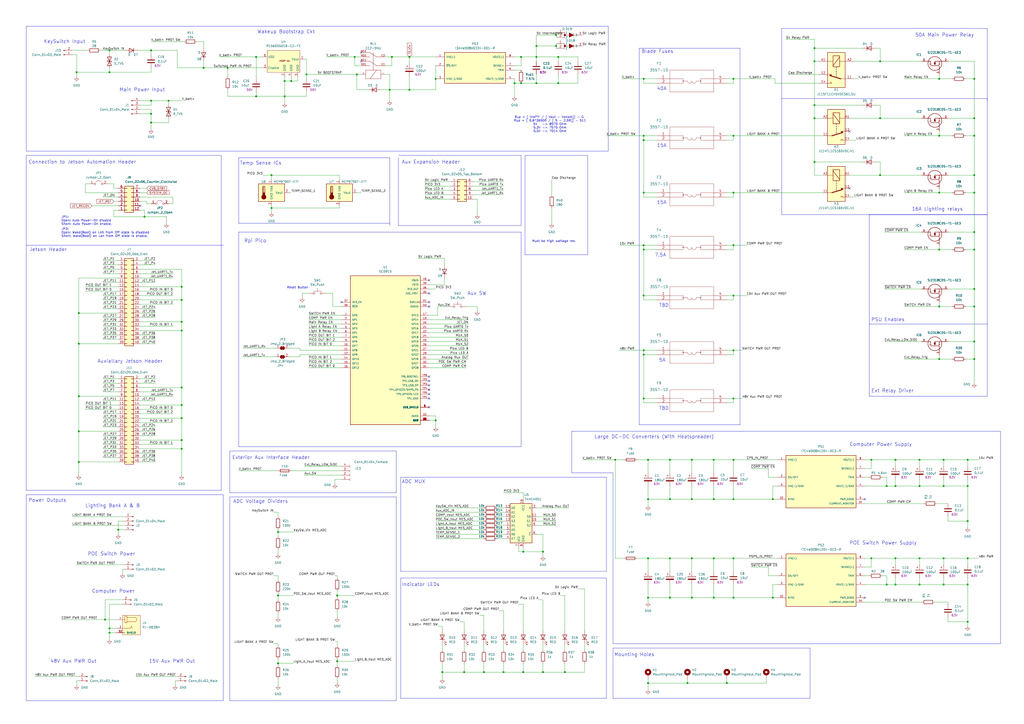
<source format=kicad_sch>
(kicad_sch (version 20231120) (generator "eeschema") (generator_version "8.0")
  (paper "A2")
  (title_block (title "System Management Board") (date "2023-02-21") (rev "V0.1") (company "Precesion Sustainable Agriculture") (comment 1 "Mark Funderburk"))
  (junction (at 375.92 266.7))
  (junction (at 373.38 45.72))
  (junction (at 63.5 367.03))
  (junction (at 375.92 346.71))
  (junction (at 519.43 281.94))
  (junction (at 425.45 231.14))
  (junction (at 280.67 389.89))
  (junction (at 105.41 242.57))
  (junction (at 303.53 320.04))
  (junction (at 322.58 20.32))
  (junction (at 373.38 111.76))
  (junction (at 561.34 339.09))
  (junction (at 63.5 41.91))
  (junction (at 256.54 389.89))
  (junction (at 87.63 66.04))
  (junction (at 207.01 43.18))
  (junction (at 311.15 33.02))
  (junction (at 519.43 266.7))
  (junction (at 533.4 281.94))
  (junction (at 401.32 323.85))
  (junction (at 565.15 198.12))
  (junction (at 565.15 45.72))
  (junction (at 510.54 35.56))
  (junction (at 547.37 266.7))
  (junction (at 323.85 48.26))
  (junction (at 132.08 39.37))
  (junction (at 87.63 71.12))
  (junction (at 63.5 364.49))
  (junction (at 565.15 144.78))
  (junction (at 105.41 255.27))
  (junction (at 565.15 208.28))
  (junction (at 373.38 78.74))
  (junction (at 425.45 266.7))
  (junction (at 388.62 323.85))
  (junction (at 561.34 323.85))
  (junction (at 373.38 142.24))
  (junction (at 472.44 60.96))
  (junction (at 401.32 289.56))
  (junction (at 519.43 323.85))
  (junction (at 401.32 266.7))
  (junction (at 105.41 260.35))
  (junction (at 425.45 346.71))
  (junction (at 533.4 266.7))
  (junction (at 87.63 58.42))
  (junction (at 302.26 33.02))
  (junction (at 448.31 346.71))
  (junction (at 323.85 33.02))
  (junction (at 421.64 396.24))
  (junction (at 105.41 234.95))
  (junction (at 105.41 224.79))
  (junction (at 157.48 101.6))
  (junction (at 565.15 101.6))
  (junction (at 510.54 68.58))
  (junction (at 565.15 167.64))
  (junction (at 425.45 323.85))
  (junction (at 425.45 142.24))
  (junction (at 252.73 45.72))
  (junction (at 292.1 389.89))
  (junction (at 373.38 231.14))
  (junction (at 314.96 389.89))
  (junction (at 252.73 243.84))
  (junction (at 425.45 78.74))
  (junction (at 565.15 78.74))
  (junction (at 195.58 383.54))
  (junction (at 373.38 144.78))
  (junction (at 414.02 346.71))
  (junction (at 327.66 389.89))
  (junction (at 97.79 58.42))
  (junction (at 544.83 144.78))
  (junction (at 311.15 48.26))
  (junction (at 356.87 266.7))
  (junction (at 561.34 302.26))
  (junction (at 314.96 320.04))
  (junction (at 161.29 345.44))
  (junction (at 510.54 101.6))
  (junction (at 63.5 29.21))
  (junction (at 311.15 26.67))
  (junction (at 425.45 171.45))
  (junction (at 168.91 46.99))
  (junction (at 561.34 281.94))
  (junction (at 425.45 289.56))
  (junction (at 547.37 339.09))
  (junction (at 505.46 323.85))
  (junction (at 45.72 181.61))
  (junction (at 565.15 177.8))
  (junction (at 205.74 33.02))
  (junction (at 398.78 396.24))
  (junction (at 544.83 45.72))
  (junction (at 375.92 289.56))
  (junction (at 544.83 208.28))
  (junction (at 226.06 52.07))
  (junction (at 547.37 323.85))
  (junction (at 565.15 134.62))
  (junction (at 414.02 289.56))
  (junction (at 547.37 281.94))
  (junction (at 269.24 389.89))
  (junction (at 472.44 93.98))
  (junction (at 388.62 346.71))
  (junction (at 237.49 33.02))
  (junction (at 87.63 29.21))
  (junction (at 161.29 384.81))
  (junction (at 45.72 199.39))
  (junction (at 401.32 346.71))
  (junction (at 514.35 281.94))
  (junction (at 514.35 339.09))
  (junction (at 195.58 345.44))
  (junction (at 373.38 171.45))
  (junction (at 375.92 396.24))
  (junction (at 161.29 308.61))
  (junction (at 544.83 177.8))
  (junction (at 544.83 111.76))
  (junction (at 565.15 111.76))
  (junction (at 118.11 39.37))
  (junction (at 425.45 45.72))
  (junction (at 44.45 41.91))
  (junction (at 105.41 191.77))
  (junction (at 533.4 339.09))
  (junction (at 472.44 35.56))
  (junction (at 303.53 389.89))
  (junction (at 165.1 55.88))
  (junction (at 105.41 173.99))
  (junction (at 425.45 111.76))
  (junction (at 388.62 289.56))
  (junction (at 60.96 359.41))
  (junction (at 83.82 125.73))
  (junction (at 414.02 323.85))
  (junction (at 414.02 266.7))
  (junction (at 373.38 81.28))
  (junction (at 105.41 166.37))
  (junction (at 375.92 323.85))
  (junction (at 505.46 266.7))
  (junction (at 302.26 48.26))
  (junction (at 472.44 68.58))
  (junction (at 373.38 205.74))
  (junction (at 237.49 52.07))
  (junction (at 388.62 266.7))
  (junction (at 45.72 250.19))
  (junction (at 533.4 323.85))
  (junction (at 105.41 186.69))
  (junction (at 448.31 289.56))
  (junction (at 472.44 27.94))
  (junction (at 561.34 360.68))
  (junction (at 45.72 229.87))
  (junction (at 561.34 266.7))
  (junction (at 519.43 339.09))
  (junction (at 177.8 43.18))
  (junction (at 157.48 120.65))
  (junction (at 322.58 26.67))
  (junction (at 148.59 33.02))
  (junction (at 68.58 307.34))
  (junction (at 298.45 48.26))
  (junction (at 148.59 55.88))
  (junction (at 45.72 267.97))
  (junction (at 425.45 203.2))
  (junction (at 373.38 203.2))
  (junction (at 565.15 68.58))
  (junction (at 227.33 33.02))
  (junction (at 544.83 78.74))
  (junction (at 165.1 46.99))
  (no_connect (at 492.76 76.2))
  (no_connect (at 81.28 119.38))
  (no_connect (at 501.65 346.71))
  (no_connect (at 248.92 226.06))
  (no_connect (at 248.92 170.18))
  (no_connect (at 248.92 162.56))
  (no_connect (at 248.92 177.8))
  (no_connect (at 198.12 175.26))
  (no_connect (at 248.92 231.14))
  (no_connect (at 209.55 35.56))
  (no_connect (at 248.92 228.6))
  (no_connect (at 248.92 223.52))
  (no_connect (at 248.92 236.22))
  (no_connect (at 248.92 175.26))
  (no_connect (at 248.92 218.44))
  (no_connect (at 209.55 30.48))
  (no_connect (at 492.76 109.22))
  (no_connect (at 501.65 289.56))
  (no_connect (at 248.92 220.98))
  (polyline (pts (xy 15.24 284.48) (xy 128.27 284.48)))
  (wire (pts (xy 495.3 35.56) (xy 510.54 35.56)))
  (wire (pts (xy 560.07 78.74) (xy 565.15 78.74)))
  (wire (pts (xy 510.54 68.58) (xy 534.67 68.58)))
  (wire (pts (xy 544.83 208.28) (xy 552.45 208.28)))
  (wire (pts (xy 252.73 52.07) (xy 252.73 45.72)))
  (wire (pts (xy 161.29 308.61) (xy 170.18 308.61)))
  (wire (pts (xy 105.41 173.99) (xy 105.41 166.37)))
  (wire (pts (xy 505.46 271.78) (xy 505.46 266.7)))
  (wire (pts (xy 303.53 285.75) (xy 303.53 289.56)))
  (wire (pts (xy 519.43 339.09) (xy 533.4 339.09)))
  (polyline (pts (xy 429.26 27.94) (xy 429.26 246.38)))
  (wire (pts (xy 157.48 101.6) (xy 196.85 101.6)))
  (wire (pts (xy 425.45 81.28) (xy 425.45 78.74)))
  (wire (pts (xy 165.1 44.45) (xy 165.1 46.99)))
  (wire (pts (xy 62.23 106.68) (xy 66.04 106.68)))
  (wire (pts (xy 44.45 31.75) (xy 44.45 41.91)))
  (wire (pts (xy 179.07 213.36) (xy 198.12 213.36)))
  (wire (pts (xy 209.55 38.1) (xy 205.74 38.1)))
  (wire (pts (xy 414.02 281.94) (xy 414.02 289.56)))
  (wire (pts (xy 495.3 45.72) (xy 497.84 45.72)))
  (wire (pts (xy 375.92 323.85) (xy 375.92 331.47)))
  (wire (pts (xy 549.91 167.64) (xy 565.15 167.64)))
  (wire (pts (xy 100.33 237.49) (xy 81.28 237.49)))
  (wire (pts (xy 60.96 359.41) (xy 67.31 359.41)))
  (wire (pts (xy 533.4 335.28) (xy 533.4 339.09)))
  (wire (pts (xy 102.87 29.21) (xy 102.87 39.37)))
  (wire (pts (xy 45.72 267.97) (xy 68.58 267.97)))
  (wire (pts (xy 501.65 271.78) (xy 505.46 271.78)))
  (wire (pts (xy 87.63 24.13) (xy 106.68 24.13)))
  (wire (pts (xy 71.12 332.74) (xy 71.12 330.2)))
  (wire (pts (xy 565.15 198.12) (xy 565.15 208.28)))
  (wire (pts (xy 375.92 289.56) (xy 375.92 281.94)))
  (wire (pts (xy 105.41 224.79) (xy 81.28 224.79)))
  (wire (pts (xy 510.54 27.94) (xy 510.54 35.56)))
  (wire (pts (xy 49.53 111.76) (xy 49.53 106.68)))
  (wire (pts (xy 59.69 240.03) (xy 68.58 240.03)))
  (polyline (pts (xy 302.26 134.62) (xy 138.43 134.62)))
  (wire (pts (xy 237.49 52.07) (xy 252.73 52.07)))
  (wire (pts (xy 248.92 198.12) (xy 271.78 198.12)))
  (wire (pts (xy 195.58 382.27) (xy 195.58 383.54)))
  (wire (pts (xy 533.4 266.7) (xy 533.4 270.51)))
  (wire (pts (xy 118.11 35.56) (xy 118.11 39.37)))
  (wire (pts (xy 280.67 384.81) (xy 280.67 389.89)))
  (wire (pts (xy 560.07 208.28) (xy 565.15 208.28)))
  (wire (pts (xy 373.38 205.74) (xy 373.38 203.2)))
  (wire (pts (xy 195.58 383.54) (xy 195.58 386.08)))
  (wire (pts (xy 565.15 134.62) (xy 565.15 144.78)))
  (wire (pts (xy 179.07 210.82) (xy 198.12 210.82)))
  (wire (pts (xy 425.45 231.14) (xy 425.45 233.68)))
  (wire (pts (xy 81.28 219.71) (xy 90.17 219.71)))
  (wire (pts (xy 68.58 111.76) (xy 49.53 111.76)))
  (polyline (pts (xy 355.6 375.92) (xy 469.9 375.92)))
  (wire (pts (xy 195.58 383.54) (xy 205.74 383.54)))
  (wire (pts (xy 425.45 281.94) (xy 425.45 289.56)))
  (wire (pts (xy 59.69 158.75) (xy 68.58 158.75)))
  (wire (pts (xy 544.83 205.74) (xy 544.83 208.28)))
  (wire (pts (xy 514.35 276.86) (xy 514.35 281.94)))
  (wire (pts (xy 270.51 177.8) (xy 276.86 177.8)))
  (polyline (pts (xy 138.43 129.54) (xy 226.06 129.54)))
  (wire (pts (xy 373.38 203.2) (xy 381 203.2)))
  (wire (pts (xy 339.09 384.81) (xy 339.09 389.89)))
  (wire (pts (xy 105.41 166.37) (xy 81.28 166.37)))
  (wire (pts (xy 105.41 260.35) (xy 105.41 275.59)))
  (wire (pts (xy 248.92 165.1) (xy 257.81 165.1)))
  (wire (pts (xy 165.1 46.99) (xy 165.1 55.88)))
  (wire (pts (xy 421.64 144.78) (xy 425.45 144.78)))
  (wire (pts (xy 335.28 35.56) (xy 335.28 33.02)))
  (wire (pts (xy 388.62 346.71) (xy 401.32 346.71)))
  (wire (pts (xy 510.54 60.96) (xy 508 60.96)))
  (wire (pts (xy 533.4 339.09) (xy 547.37 339.09)))
  (polyline (pts (xy 580.39 373.38) (xy 355.6 373.38)))
  (wire (pts (xy 71.12 350.52) (xy 63.5 350.52)))
  (wire (pts (xy 81.28 196.85) (xy 90.17 196.85)))
  (wire (pts (xy 85.09 118.11) (xy 85.09 116.84)))
  (wire (pts (xy 314.96 347.98) (xy 314.96 365.76)))
  (wire (pts (xy 248.92 208.28) (xy 271.78 208.28)))
  (wire (pts (xy 67.31 367.03) (xy 63.5 367.03)))
  (wire (pts (xy 381 144.78) (xy 373.38 144.78)))
  (wire (pts (xy 44.45 397.51) (xy 44.45 394.97)))
  (wire (pts (xy 81.28 109.22) (xy 85.09 109.22)))
  (wire (pts (xy 450.85 289.56) (xy 448.31 289.56)))
  (wire (pts (xy 179.07 190.5) (xy 198.12 190.5)))
  (wire (pts (xy 81.28 158.75) (xy 100.33 158.75)))
  (wire (pts (xy 177.8 43.18) (xy 177.8 45.72)))
  (wire (pts (xy 448.31 281.94) (xy 448.31 289.56)))
  (wire (pts (xy 312.42 347.98) (xy 314.96 347.98)))
  (wire (pts (xy 327.66 373.38) (xy 327.66 377.19)))
  (wire (pts (xy 157.48 119.38) (xy 157.48 120.65)))
  (wire (pts (xy 45.72 275.59) (xy 45.72 267.97)))
  (wire (pts (xy 161.29 308.61) (xy 161.29 311.15)))
  (wire (pts (xy 501.65 349.25) (xy 534.67 349.25)))
  (wire (pts (xy 66.04 116.84) (xy 68.58 116.84)))
  (wire (pts (xy 81.28 179.07) (xy 90.17 179.07)))
  (wire (pts (xy 226.06 52.07) (xy 237.49 52.07)))
  (wire (pts (xy 398.78 396.24) (xy 421.64 396.24)))
  (wire (pts (xy 179.07 195.58) (xy 198.12 195.58)))
  (wire (pts (xy 248.92 195.58) (xy 271.78 195.58)))
  (polyline (pts (xy 504.19 124.46) (xy 572.77 124.46)))
  (wire (pts (xy 373.38 78.74) (xy 373.38 81.28)))
  (wire (pts (xy 421.64 396.24) (xy 444.5 396.24)))
  (wire (pts (xy 105.41 255.27) (xy 81.28 255.27)))
  (wire (pts (xy 59.69 176.53) (xy 68.58 176.53)))
  (wire (pts (xy 492.76 114.3) (xy 495.3 114.3)))
  (wire (pts (xy 157.48 120.65) (xy 157.48 123.19)))
  (wire (pts (xy 549.91 198.12) (xy 565.15 198.12)))
  (wire (pts (xy 105.41 234.95) (xy 105.41 224.79)))
  (wire (pts (xy 300.99 320.04) (xy 303.53 320.04)))
  (wire (pts (xy 252.73 299.72) (xy 280.67 299.72)))
  (wire (pts (xy 161.29 384.81) (xy 161.29 386.08)))
  (wire (pts (xy 223.52 43.18) (xy 226.06 43.18)))
  (wire (pts (xy 543.56 292.1) (xy 549.91 292.1)))
  (wire (pts (xy 513.08 198.12) (xy 534.67 198.12)))
  (wire (pts (xy 373.38 142.24) (xy 381 142.24)))
  (wire (pts (xy 198.12 205.74) (xy 173.99 205.74)))
  (polyline (pts (xy 352.806 87.63) (xy 302.26 87.63)))
  (polyline (pts (xy 331.724 250.19) (xy 580.39 250.19)))
  (wire (pts (xy 369.57 323.85) (xy 375.92 323.85)))
  (wire (pts (xy 81.28 163.83) (xy 90.17 163.83)))
  (wire (pts (xy 519.43 266.7) (xy 533.4 266.7)))
  (wire (pts (xy 444.5 393.7) (xy 444.5 396.24)))
  (wire (pts (xy 157.48 101.6) (xy 157.48 104.14)))
  (polyline (pts (xy 138.43 134.62) (xy 138.43 259.08)))
  (wire (pts (xy 248.92 167.64) (xy 252.73 167.64)))
  (wire (pts (xy 102.87 29.21) (xy 87.63 29.21)))
  (wire (pts (xy 472.44 60.96) (xy 472.44 68.58)))
  (wire (pts (xy 549.91 360.68) (xy 561.34 360.68)))
  (wire (pts (xy 256.54 393.7) (xy 256.54 389.89)))
  (wire (pts (xy 450.85 339.09) (xy 448.31 339.09)))
  (wire (pts (xy 49.53 234.95) (xy 68.58 234.95)))
  (polyline (pts (xy 15.24 287.02) (xy 15.24 406.4)))
  (wire (pts (xy 510.54 101.6) (xy 534.67 101.6)))
  (wire (pts (xy 501.65 266.7) (xy 505.46 266.7)))
  (wire (pts (xy 388.62 266.7) (xy 401.32 266.7)))
  (wire (pts (xy 561.34 360.68) (xy 561.34 363.22)))
  (wire (pts (xy 132.08 39.37) (xy 152.4 39.37)))
  (wire (pts (xy 161.29 382.27) (xy 161.29 384.81)))
  (wire (pts (xy 81.28 262.89) (xy 90.17 262.89)))
  (wire (pts (xy 359.41 203.2) (xy 373.38 203.2)))
  (wire (pts (xy 97.79 71.12) (xy 87.63 71.12)))
  (wire (pts (xy 524.51 45.72) (xy 544.83 45.72)))
  (wire (pts (xy 421.64 78.74) (xy 425.45 78.74)))
  (wire (pts (xy 87.63 118.11) (xy 85.09 118.11)))
  (wire (pts (xy 549.91 35.56) (xy 565.15 35.56)))
  (wire (pts (xy 81.28 250.19) (xy 90.17 250.19)))
  (wire (pts (xy 414.02 266.7) (xy 425.45 266.7)))
  (wire (pts (xy 45.72 181.61) (xy 45.72 161.29)))
  (wire (pts (xy 81.28 267.97) (xy 90.17 267.97)))
  (wire (pts (xy 314.96 389.89) (xy 327.66 389.89)))
  (polyline (pts (xy 453.39 16.51) (xy 572.77 16.51)))
  (wire (pts (xy 445.77 328.93) (xy 445.77 334.01)))
  (wire (pts (xy 519.43 281.94) (xy 533.4 281.94)))
  (wire (pts (xy 44.45 44.45) (xy 44.45 41.91)))
  (polyline (pts (xy 133.35 261.62) (xy 133.35 285.75)))
  (wire (pts (xy 472.44 27.94) (xy 472.44 35.56)))
  (wire (pts (xy 288.29 294.64) (xy 293.37 294.64)))
  (wire (pts (xy 337.82 266.7) (xy 356.87 266.7)))
  (wire (pts (xy 118.11 39.37) (xy 132.08 39.37)))
  (wire (pts (xy 303.53 317.5) (xy 303.53 320.04)))
  (wire (pts (xy 560.07 45.72) (xy 565.15 45.72)))
  (wire (pts (xy 360.68 45.72) (xy 373.38 45.72)))
  (wire (pts (xy 435.61 328.93) (xy 445.77 328.93)))
  (wire (pts (xy 311.15 309.88) (xy 314.96 309.88)))
  (wire (pts (xy 59.69 255.27) (xy 68.58 255.27)))
  (wire (pts (xy 425.45 323.85) (xy 425.45 331.47)))
  (polyline (pts (xy 35.56 287.02) (xy 129.54 287.02)))
  (wire (pts (xy 425.45 171.45) (xy 425.45 173.99)))
  (wire (pts (xy 105.41 255.27) (xy 105.41 242.57)))
  (wire (pts (xy 161.29 318.77) (xy 161.29 321.31)))
  (wire (pts (xy 105.41 166.37) (xy 105.41 156.21)))
  (wire (pts (xy 173.99 205.74) (xy 173.99 207.01)))
  (wire (pts (xy 425.45 111.76) (xy 425.45 114.3)))
  (wire (pts (xy 257.81 165.1) (xy 257.81 161.29)))
  (polyline (pts (xy 572.77 124.46) (xy 572.77 57.15)))
  (wire (pts (xy 375.92 339.09) (xy 375.92 346.71)))
  (wire (pts (xy 501.65 323.85) (xy 505.46 323.85)))
  (wire (pts (xy 45.72 161.29) (xy 68.58 161.29)))
  (wire (pts (xy 513.08 134.62) (xy 534.67 134.62)))
  (wire (pts (xy 59.69 151.13) (xy 68.58 151.13)))
  (wire (pts (xy 311.15 20.32) (xy 311.15 26.67)))
  (wire (pts (xy 292.1 389.89) (xy 303.53 389.89)))
  (wire (pts (xy 100.33 257.81) (xy 81.28 257.81)))
  (wire (pts (xy 252.73 297.18) (xy 280.67 297.18)))
  (wire (pts (xy 248.92 243.84) (xy 252.73 243.84)))
  (wire (pts (xy 246.38 115.57) (xy 261.62 115.57)))
  (wire (pts (xy 59.69 219.71) (xy 68.58 219.71)))
  (polyline (pts (xy 352.806 15.24) (xy 352.806 87.63)))
  (wire (pts (xy 302.26 48.26) (xy 298.45 48.26)))
  (wire (pts (xy 68.58 307.34) (xy 68.58 309.88)))
  (wire (pts (xy 59.69 153.67) (xy 68.58 153.67)))
  (wire (pts (xy 311.15 33.02) (xy 323.85 33.02)))
  (wire (pts (xy 59.69 196.85) (xy 68.58 196.85)))
  (wire (pts (xy 565.15 78.74) (xy 565.15 101.6)))
  (wire (pts (xy 274.32 113.03) (xy 292.1 113.03)))
  (wire (pts (xy 298.45 40.64) (xy 302.26 40.64)))
  (wire (pts (xy 298.45 48.26) (xy 298.45 45.72)))
  (wire (pts (xy 248.92 200.66) (xy 271.78 200.66)))
  (wire (pts (xy 314.96 384.81) (xy 314.96 389.89)))
  (wire (pts (xy 565.15 35.56) (xy 565.15 45.72)))
  (wire (pts (xy 421.64 142.24) (xy 425.45 142.24)))
  (wire (pts (xy 300.99 317.5) (xy 300.99 320.04)))
  (polyline (pts (xy 232.41 405.13) (xy 351.79 405.13)))
  (wire (pts (xy 510.54 93.98) (xy 510.54 101.6)))
  (wire (pts (xy 81.28 161.29) (xy 100.33 161.29)))
  (wire (pts (xy 450.85 281.94) (xy 448.31 281.94)))
  (wire (pts (xy 256.54 384.81) (xy 256.54 389.89)))
  (polyline (pts (xy 15.24 142.24) (xy 129.54 142.24)))
  (wire (pts (xy 373.38 144.78) (xy 373.38 171.45)))
  (polyline (pts (xy 15.24 406.4) (xy 129.54 406.4)))
  (wire (pts (xy 198.12 182.88) (xy 179.07 182.88)))
  (polyline (pts (xy 133.35 288.29) (xy 229.87 288.29)))
  (wire (pts (xy 158.75 373.38) (xy 161.29 373.38)))
  (wire (pts (xy 269.24 360.68) (xy 269.24 365.76)))
  (polyline (pts (xy 302.26 134.62) (xy 302.26 259.08)))
  (wire (pts (xy 49.53 106.68) (xy 52.07 106.68)))
  (wire (pts (xy 102.87 39.37) (xy 118.11 39.37)))
  (wire (pts (xy 49.53 237.49) (xy 68.58 237.49)))
  (wire (pts (xy 44.45 327.66) (xy 72.39 327.66)))
  (wire (pts (xy 195.58 342.9) (xy 195.58 345.44)))
  (wire (pts (xy 298.45 33.02) (xy 302.26 33.02)))
  (wire (pts (xy 44.45 394.97) (xy 45.72 394.97)))
  (wire (pts (xy 20.32 392.43) (xy 45.72 392.43)))
  (wire (pts (xy 455.93 22.86) (xy 472.44 22.86)))
  (wire (pts (xy 41.91 304.8) (xy 72.39 304.8)))
  (polyline (pts (xy 226.06 130.81) (xy 226.06 91.44)))
  (wire (pts (xy 118.11 24.13) (xy 118.11 27.94)))
  (wire (pts (xy 492.76 68.58) (xy 510.54 68.58)))
  (wire (pts (xy 105.41 191.77) (xy 105.41 186.69)))
  (wire (pts (xy 501.65 281.94) (xy 514.35 281.94)))
  (polyline (pts (xy 370.84 246.38) (xy 429.26 246.38)))
  (wire (pts (xy 81.28 111.76) (xy 85.09 111.76)))
  (wire (pts (xy 401.32 323.85) (xy 401.32 331.47)))
  (wire (pts (xy 132.08 55.88) (xy 148.59 55.88)))
  (wire (pts (xy 472.44 60.96) (xy 500.38 60.96)))
  (wire (pts (xy 96.52 125.73) (xy 96.52 129.54)))
  (wire (pts (xy 381 205.74) (xy 373.38 205.74)))
  (wire (pts (xy 81.28 63.5) (xy 87.63 63.5)))
  (wire (pts (xy 161.29 384.81) (xy 170.18 384.81)))
  (polyline (pts (xy 15.24 87.63) (xy 302.26 87.63)))
  (wire (pts (xy 560.07 144.78) (xy 565.15 144.78)))
  (wire (pts (xy 292.1 354.33) (xy 292.1 365.76)))
  (wire (pts (xy 549.91 349.25) (xy 549.91 350.52)))
  (wire (pts (xy 173.99 201.93) (xy 173.99 203.2)))
  (wire (pts (xy 179.07 200.66) (xy 198.12 200.66)))
  (polyline (pts (xy 355.6 375.92) (xy 355.6 405.13)))
  (wire (pts (xy 81.28 151.13) (xy 90.17 151.13)))
  (wire (pts (xy 425.45 231.14) (xy 430.53 231.14)))
  (polyline (pts (xy 453.39 124.46) (xy 572.77 124.46)))
  (wire (pts (xy 373.38 231.14) (xy 381 231.14)))
  (wire (pts (xy 544.83 111.76) (xy 552.45 111.76)))
  (wire (pts (xy 81.28 222.25) (xy 90.17 222.25)))
  (wire (pts (xy 246.38 107.95) (xy 261.62 107.95)))
  (wire (pts (xy 87.63 58.42) (xy 87.63 60.96)))
  (wire (pts (xy 421.64 205.74) (xy 425.45 205.74)))
  (wire (pts (xy 561.34 302.26) (xy 561.34 306.07)))
  (wire (pts (xy 445.77 334.01) (xy 450.85 334.01)))
  (polyline (pts (xy 231.14 130.81) (xy 302.26 130.81)))
  (wire (pts (xy 472.44 35.56) (xy 472.44 60.96)))
  (wire (pts (xy 401.32 281.94) (xy 401.32 289.56)))
  (wire (pts (xy 501.65 339.09) (xy 514.35 339.09)))
  (wire (pts (xy 248.92 185.42) (xy 271.78 185.42)))
  (wire (pts (xy 59.69 163.83) (xy 68.58 163.83)))
  (polyline (pts (xy 302.26 130.81) (xy 302.26 90.17)))
  (wire (pts (xy 549.91 68.58) (xy 565.15 68.58)))
  (wire (pts (xy 161.29 334.01) (xy 161.29 336.55)))
  (wire (pts (xy 53.34 119.38) (xy 68.58 119.38)))
  (wire (pts (xy 195.58 372.11) (xy 195.58 374.65)))
  (wire (pts (xy 100.33 168.91) (xy 81.28 168.91)))
  (wire (pts (xy 421.64 114.3) (xy 425.45 114.3)))
  (wire (pts (xy 59.69 184.15) (xy 68.58 184.15)))
  (wire (pts (xy 194.31 372.11) (xy 195.58 372.11)))
  (wire (pts (xy 425.45 323.85) (xy 414.02 323.85)))
  (wire (pts (xy 381 233.68) (xy 373.38 233.68)))
  (wire (pts (xy 547.37 266.7) (xy 547.37 270.51)))
  (wire (pts (xy 81.28 265.43) (xy 90.17 265.43)))
  (wire (pts (xy 560.07 177.8) (xy 565.15 177.8)))
  (wire (pts (xy 457.2 43.18) (xy 474.98 43.18)))
  (wire (pts (xy 401.32 346.71) (xy 414.02 346.71)))
  (wire (pts (xy 194.31 334.01) (xy 195.58 334.01)))
  (wire (pts (xy 59.69 247.65) (xy 68.58 247.65)))
  (wire (pts (xy 59.69 265.43) (xy 68.58 265.43)))
  (wire (pts (xy 547.37 281.94) (xy 561.34 281.94)))
  (wire (pts (xy 450.85 346.71) (xy 448.31 346.71)))
  (wire (pts (xy 373.38 81.28) (xy 381 81.28)))
  (wire (pts (xy 177.8 34.29) (xy 177.8 43.18)))
  (wire (pts (xy 510.54 27.94) (xy 508 27.94)))
  (wire (pts (xy 375.92 396.24) (xy 375.92 400.05)))
  (polyline (pts (xy 504.19 229.87) (xy 572.77 229.87)))
  (wire (pts (xy 505.46 328.93) (xy 505.46 323.85)))
  (polyline (pts (xy 138.43 259.08) (xy 302.26 259.08)))
  (wire (pts (xy 544.83 45.72) (xy 552.45 45.72)))
  (wire (pts (xy 323.85 48.26) (xy 323.85 43.18)))
  (wire (pts (xy 248.92 190.5) (xy 271.78 190.5)))
  (wire (pts (xy 252.73 312.42) (xy 280.67 312.42)))
  (wire (pts (xy 421.64 171.45) (xy 425.45 171.45)))
  (wire (pts (xy 177.8 34.29) (xy 176.53 34.29)))
  (wire (pts (xy 472.44 68.58) (xy 472.44 93.98)))
  (wire (pts (xy 544.83 78.74) (xy 552.45 78.74)))
  (wire (pts (xy 45.72 181.61) (xy 68.58 181.61)))
  (wire (pts (xy 59.69 114.3) (xy 68.58 114.3)))
  (wire (pts (xy 547.37 278.13) (xy 547.37 281.94)))
  (wire (pts (xy 68.58 307.34) (xy 72.39 307.34)))
  (wire (pts (xy 300.99 350.52) (xy 303.53 350.52)))
  (wire (pts (xy 227.33 38.1) (xy 227.33 33.02)))
  (wire (pts (xy 248.92 182.88) (xy 254 182.88)))
  (wire (pts (xy 165.1 55.88) (xy 177.8 55.88)))
  (wire (pts (xy 425.45 203.2) (xy 430.53 203.2)))
  (wire (pts (xy 320.04 120.65) (xy 320.04 129.54)))
  (wire (pts (xy 421.64 203.2) (xy 425.45 203.2)))
  (wire (pts (xy 449.58 48.26) (xy 474.98 48.26)))
  (wire (pts (xy 105.41 242.57) (xy 105.41 234.95)))
  (wire (pts (xy 373.38 45.72) (xy 381 45.72)))
  (polyline (pts (xy 232.41 331.47) (xy 351.79 331.47)))
  (wire (pts (xy 261.62 110.49) (xy 246.38 110.49)))
  (wire (pts (xy 45.72 199.39) (xy 45.72 181.61)))
  (wire (pts (xy 561.34 266.7) (xy 561.34 270.51)))
  (wire (pts (xy 501.65 276.86) (xy 504.19 276.86)))
  (wire (pts (xy 237.49 33.02) (xy 237.49 36.83)))
  (wire (pts (xy 161.29 373.38) (xy 161.29 374.65)))
  (polyline (pts (xy 453.39 16.51) (xy 453.39 58.42)))
  (wire (pts (xy 100.33 171.45) (xy 81.28 171.45)))
  (wire (pts (xy 252.73 241.3) (xy 252.73 243.84)))
  (wire (pts (xy 505.46 323.85) (xy 519.43 323.85)))
  (wire (pts (xy 248.92 241.3) (xy 252.73 241.3)))
  (wire (pts (xy 248.92 193.04) (xy 271.78 193.04)))
  (wire (pts (xy 179.07 198.12) (xy 198.12 198.12)))
  (wire (pts (xy 71.12 330.2) (xy 72.39 330.2)))
  (wire (pts (xy 237.49 44.45) (xy 237.49 52.07)))
  (wire (pts (xy 266.7 360.68) (xy 269.24 360.68)))
  (wire (pts (xy 565.15 111.76) (xy 565.15 134.62)))
  (wire (pts (xy 373.38 231.14) (xy 373.38 233.68)))
  (wire (pts (xy 168.91 44.45) (xy 168.91 46.99)))
  (polyline (pts (xy 15.24 15.24) (xy 302.26 15.24)))
  (wire (pts (xy 100.33 245.11) (xy 81.28 245.11)))
  (wire (pts (xy 339.09 341.63) (xy 339.09 365.76)))
  (wire (pts (xy 114.3 24.13) (xy 118.11 24.13)))
  (wire (pts (xy 298.45 48.26) (xy 298.45 55.88)))
  (wire (pts (xy 173.99 207.01) (xy 167.64 207.01)))
  (wire (pts (xy 176.53 270.51) (xy 198.12 270.51)))
  (wire (pts (xy 533.4 323.85) (xy 533.4 327.66)))
  (wire (pts (xy 87.63 63.5) (xy 87.63 66.04)))
  (wire (pts (xy 519.43 323.85) (xy 519.43 327.66)))
  (wire (pts (xy 161.29 345.44) (xy 170.18 345.44)))
  (wire (pts (xy 59.69 224.79) (xy 68.58 224.79)))
  (wire (pts (xy 322.58 19.05) (xy 322.58 20.32)))
  (wire (pts (xy 302.26 33.02) (xy 311.15 33.02)))
  (wire (pts (xy 421.64 233.68) (xy 425.45 233.68)))
  (wire (pts (xy 81.28 181.61) (xy 90.17 181.61)))
  (wire (pts (xy 288.29 312.42) (xy 293.37 312.42)))
  (wire (pts (xy 45.72 199.39) (xy 68.58 199.39)))
  (wire (pts (xy 248.92 213.36) (xy 270.51 213.36)))
  (wire (pts (xy 63.5 41.91) (xy 87.63 41.91)))
  (wire (pts (xy 87.63 66.04) (xy 87.63 71.12)))
  (wire (pts (xy 320.04 104.14) (xy 320.04 113.03)))
  (wire (pts (xy 189.23 33.02) (xy 205.74 33.02)))
  (wire (pts (xy 105.41 242.57) (xy 81.28 242.57)))
  (wire (pts (xy 63.5 39.37) (xy 63.5 41.91)))
  (wire (pts (xy 41.91 29.21) (xy 50.8 29.21)))
  (wire (pts (xy 261.62 113.03) (xy 246.38 113.03)))
  (wire (pts (xy 472.44 68.58) (xy 477.52 68.58)))
  (wire (pts (xy 49.53 168.91) (xy 68.58 168.91)))
  (wire (pts (xy 544.83 109.22) (xy 544.83 111.76)))
  (wire (pts (xy 292.1 373.38) (xy 292.1 377.19)))
  (polyline (pts (xy 35.56 287.02) (xy 15.24 287.02)))
  (wire (pts (xy 237.49 33.02) (xy 252.73 33.02)))
  (wire (pts (xy 59.69 252.73) (xy 68.58 252.73)))
  (wire (pts (xy 269.24 384.81) (xy 269.24 389.89)))
  (wire (pts (xy 205.74 33.02) (xy 209.55 33.02)))
  (wire (pts (xy 425.45 171.45) (xy 433.07 171.45)))
  (wire (pts (xy 303.53 384.81) (xy 303.53 389.89)))
  (wire (pts (xy 127 33.02) (xy 148.59 33.02)))
  (polyline (pts (xy 138.43 91.44) (xy 138.43 129.54)))
  (polyline (pts (xy 138.43 91.44) (xy 226.06 91.44)))
  (wire (pts (xy 375.92 266.7) (xy 375.92 274.32)))
  (wire (pts (xy 45.72 250.19) (xy 45.72 229.87)))
  (polyline (pts (xy 331.724 274.32) (xy 355.6 274.32)))
  (wire (pts (xy 152.4 101.6) (xy 157.48 101.6)))
  (wire (pts (xy 105.41 234.95) (xy 81.28 234.95)))
  (wire (pts (xy 327.66 384.81) (xy 327.66 389.89)))
  (polyline (pts (xy 351.79 276.86) (xy 232.41 276.86)))
  (wire (pts (xy 63.5 367.03) (xy 63.5 370.84)))
  (polyline (pts (xy 355.6 373.38) (xy 355.6 274.32)))
  (wire (pts (xy 524.51 78.74) (xy 544.83 78.74)))
  (wire (pts (xy 288.29 307.34) (xy 293.37 307.34)))
  (wire (pts (xy 544.83 177.8) (xy 552.45 177.8)))
  (wire (pts (xy 59.69 222.25) (xy 68.58 222.25)))
  (wire (pts (xy 373.38 114.3) (xy 373.38 111.76)))
  (wire (pts (xy 533.4 323.85) (xy 547.37 323.85)))
  (wire (pts (xy 549.91 360.68) (xy 549.91 358.14)))
  (wire (pts (xy 514.35 334.01) (xy 514.35 339.09)))
  (wire (pts (xy 177.8 43.18) (xy 207.01 43.18)))
  (wire (pts (xy 78.74 392.43) (xy 102.87 392.43)))
  (wire (pts (xy 105.41 260.35) (xy 105.41 255.27)))
  (wire (pts (xy 81.28 199.39) (xy 90.17 199.39)))
  (wire (pts (xy 565.15 68.58) (xy 565.15 78.74)))
  (wire (pts (xy 425.45 78.74) (xy 477.52 78.74)))
  (wire (pts (xy 105.41 191.77) (xy 81.28 191.77)))
  (wire (pts (xy 311.15 26.67) (xy 311.15 33.02)))
  (wire (pts (xy 505.46 266.7) (xy 519.43 266.7)))
  (wire (pts (xy 100.33 176.53) (xy 81.28 176.53)))
  (wire (pts (xy 547.37 323.85) (xy 547.37 327.66)))
  (polyline (pts (xy 331.724 274.32) (xy 331.724 250.19)))
  (wire (pts (xy 339.09 373.38) (xy 339.09 377.19)))
  (wire (pts (xy 549.91 302.26) (xy 561.34 302.26)))
  (wire (pts (xy 274.32 110.49) (xy 292.1 110.49)))
  (wire (pts (xy 45.72 229.87) (xy 68.58 229.87)))
  (wire (pts (xy 59.69 156.21) (xy 68.58 156.21)))
  (wire (pts (xy 421.64 48.26) (xy 425.45 48.26)))
  (wire (pts (xy 533.4 266.7) (xy 547.37 266.7)))
  (polyline (pts (xy 128.27 284.48) (xy 128.27 90.17)))
  (wire (pts (xy 193.04 170.18) (xy 193.04 177.8)))
  (wire (pts (xy 388.62 266.7) (xy 388.62 274.32)))
  (wire (pts (xy 274.32 105.41) (xy 292.1 105.41)))
  (wire (pts (xy 179.07 170.18) (xy 175.26 170.18)))
  (wire (pts (xy 533.4 278.13) (xy 533.4 281.94)))
  (wire (pts (xy 547.37 339.09) (xy 561.34 339.09)))
  (wire (pts (xy 81.28 114.3) (xy 100.33 114.3)))
  (wire (pts (xy 44.45 31.75) (xy 41.91 31.75)))
  (wire (pts (xy 160.02 207.01) (xy 140.97 207.01)))
  (wire (pts (xy 81.28 232.41) (xy 90.17 232.41)))
  (wire (pts (xy 524.51 144.78) (xy 544.83 144.78)))
  (wire (pts (xy 401.32 266.7) (xy 414.02 266.7)))
  (wire (pts (xy 513.08 167.64) (xy 534.67 167.64)))
  (wire (pts (xy 59.69 173.99) (xy 68.58 173.99)))
  (wire (pts (xy 388.62 323.85) (xy 388.62 331.47)))
  (polyline (pts (xy 129.54 406.4) (xy 129.54 287.02)))
  (wire (pts (xy 425.45 289.56) (xy 448.31 289.56)))
  (wire (pts (xy 195.58 393.7) (xy 195.58 396.24)))
  (wire (pts (xy 303.53 389.89) (xy 314.96 389.89)))
  (wire (pts (xy 565.15 101.6) (xy 565.15 111.76)))
  (wire (pts (xy 81.28 184.15) (xy 90.17 184.15)))
  (wire (pts (xy 87.63 29.21) (xy 87.63 31.75)))
  (polyline (pts (xy 469.9 405.13) (xy 469.9 375.92)))
  (wire (pts (xy 425.45 339.09) (xy 425.45 346.71)))
  (wire (pts (xy 311.15 302.26) (xy 322.58 302.26)))
  (polyline (pts (xy 232.41 276.86) (xy 232.41 331.47)))
  (wire (pts (xy 501.65 334.01) (xy 504.19 334.01)))
  (wire (pts (xy 524.51 177.8) (xy 544.83 177.8)))
  (wire (pts (xy 565.15 167.64) (xy 565.15 177.8)))
  (polyline (pts (xy 504.19 124.46) (xy 504.19 187.96)))
  (wire (pts (xy 68.58 121.92) (xy 66.04 121.92)))
  (wire (pts (xy 425.45 203.2) (xy 425.45 205.74)))
  (polyline (pts (xy 453.39 57.15) (xy 572.77 57.15)))
  (wire (pts (xy 303.53 350.52) (xy 303.53 365.76)))
  (wire (pts (xy 66.04 106.68) (xy 66.04 109.22)))
  (wire (pts (xy 421.64 111.76) (xy 425.45 111.76)))
  (wire (pts (xy 514.35 281.94) (xy 519.43 281.94)))
  (wire (pts (xy 375.92 289.56) (xy 375.92 293.37)))
  (wire (pts (xy 492.76 81.28) (xy 496.57 81.28)))
  (wire (pts (xy 85.09 116.84) (xy 81.28 116.84)))
  (wire (pts (xy 148.59 33.02) (xy 152.4 33.02)))
  (wire (pts (xy 97.79 58.42) (xy 105.41 58.42)))
  (wire (pts (xy 59.69 171.45) (xy 68.58 171.45)))
  (wire (pts (xy 148.59 33.02) (xy 148.59 45.72)))
  (wire (pts (xy 63.5 350.52) (xy 63.5 364.49)))
  (wire (pts (xy 161.29 345.44) (xy 161.29 347.98)))
  (polyline (pts (xy 351.79 331.47) (xy 351.79 276.86)))
  (wire (pts (xy 165.1 59.69) (xy 165.1 55.88)))
  (wire (pts (xy 351.79 78.74) (xy 373.38 78.74)))
  (wire (pts (xy 401.32 266.7) (xy 401.32 274.32)))
  (wire (pts (xy 361.95 323.85) (xy 356.87 323.85)))
  (wire (pts (xy 81.28 194.31) (xy 90.17 194.31)))
  (wire (pts (xy 172.72 44.45) (xy 172.72 46.99)))
  (wire (pts (xy 375.92 266.7) (xy 388.62 266.7)))
  (wire (pts (xy 501.65 328.93) (xy 505.46 328.93)))
  (wire (pts (xy 373.38 205.74) (xy 373.38 231.14)))
  (wire (pts (xy 59.69 242.57) (xy 68.58 242.57)))
  (wire (pts (xy 87.63 60.96) (xy 81.28 60.96)))
  (wire (pts (xy 449.58 45.72) (xy 449.58 48.26)))
  (wire (pts (xy 223.52 33.02) (xy 227.33 33.02)))
  (wire (pts (xy 421.64 393.7) (xy 421.64 396.24)))
  (wire (pts (xy 87.63 71.12) (xy 87.63 74.93)))
  (wire (pts (xy 375.92 396.24) (xy 398.78 396.24)))
  (wire (pts (xy 80.01 29.21) (xy 87.63 29.21)))
  (polyline (pts (xy 229.87 288.29) (xy 229.87 406.4)))
  (wire (pts (xy 435.61 271.78) (xy 445.77 271.78)))
  (wire (pts (xy 105.41 191.77) (xy 105.41 224.79)))
  (wire (pts (xy 161.29 307.34) (xy 161.29 308.61)))
  (wire (pts (xy 401.32 289.56) (xy 414.02 289.56)))
  (wire (pts (xy 373.38 78.74) (xy 381 78.74)))
  (wire (pts (xy 252.73 304.8) (xy 280.67 304.8)))
  (wire (pts (xy 448.31 339.09) (xy 448.31 346.71)))
  (wire (pts (xy 288.29 304.8) (xy 293.37 304.8)))
  (wire (pts (xy 492.76 101.6) (xy 510.54 101.6)))
  (wire (pts (xy 544.83 144.78) (xy 552.45 144.78)))
  (wire (pts (xy 248.92 203.2) (xy 271.78 203.2)))
  (wire (pts (xy 227.33 33.02) (xy 237.49 33.02)))
  (wire (pts (xy 59.69 257.81) (xy 68.58 257.81)))
  (polyline (pts (xy 133.35 288.29) (xy 133.35 406.4)))
  (wire (pts (xy 167.64 201.93) (xy 173.99 201.93)))
  (wire (pts (xy 274.32 115.57) (xy 276.86 115.57)))
  (polyline (pts (xy 429.26 27.94) (xy 370.84 27.94)))
  (wire (pts (xy 288.29 309.88) (xy 293.37 309.88)))
  (wire (pts (xy 311.15 48.26) (xy 323.85 48.26)))
  (wire (pts (xy 560.07 111.76) (xy 565.15 111.76)))
  (wire (pts (xy 514.35 339.09) (xy 519.43 339.09)))
  (wire (pts (xy 179.07 193.04) (xy 198.12 193.04)))
  (wire (pts (xy 519.43 266.7) (xy 519.43 270.51)))
  (wire (pts (xy 565.15 144.78) (xy 565.15 167.64)))
  (wire (pts (xy 510.54 93.98) (xy 508 93.98)))
  (wire (pts (xy 388.62 289.56) (xy 401.32 289.56)))
  (wire (pts (xy 280.67 373.38) (xy 280.67 377.19)))
  (wire (pts (xy 97.79 58.42) (xy 97.79 60.96)))
  (wire (pts (xy 168.91 46.99) (xy 165.1 46.99)))
  (wire (pts (xy 105.41 156.21) (xy 81.28 156.21)))
  (wire (pts (xy 314.96 309.88) (xy 314.96 320.04)))
  (polyline (pts (xy 229.87 285.75) (xy 229.87 261.62)))
  (wire (pts (xy 280.67 389.89) (xy 269.24 389.89)))
  (wire (pts (xy 292.1 389.89) (xy 280.67 389.89)))
  (wire (pts (xy 193.04 177.8) (xy 198.12 177.8)))
  (wire (pts (xy 303.53 373.38) (xy 303.53 377.19)))
  (wire (pts (xy 252.73 38.1) (xy 252.73 45.72)))
  (wire (pts (xy 168.91 273.05) (xy 198.12 273.05)))
  (wire (pts (xy 547.37 335.28) (xy 547.37 339.09)))
  (wire (pts (xy 252.73 294.64) (xy 280.67 294.64)))
  (wire (pts (xy 375.92 289.56) (xy 388.62 289.56)))
  (wire (pts (xy 81.28 229.87) (xy 100.33 229.87)))
  (wire (pts (xy 148.59 55.88) (xy 165.1 55.88)))
  (wire (pts (xy 323.85 48.26) (xy 335.28 48.26)))
  (wire (pts (xy 269.24 373.38) (xy 269.24 377.19)))
  (wire (pts (xy 280.67 309.88) (xy 252.73 309.88)))
  (wire (pts (xy 425.45 48.26) (xy 425.45 45.72)))
  (wire (pts (xy 373.38 171.45) (xy 373.38 173.99)))
  (wire (pts (xy 303.53 320.04) (xy 314.96 320.04)))
  (wire (pts (xy 414.02 323.85) (xy 401.32 323.85)))
  (wire (pts (xy 425.45 266.7) (xy 450.85 266.7)))
  (wire (pts (xy 544.83 76.2) (xy 544.83 78.74)))
  (wire (pts (xy 322.58 26.67) (xy 322.58 27.94)))
  (wire (pts (xy 549.91 134.62) (xy 565.15 134.62)))
  (polyline (pts (xy 229.87 261.62) (xy 133.35 261.62)))
  (wire (pts (xy 175.26 170.18) (xy 175.26 172.72)))
  (wire (pts (xy 519.43 278.13) (xy 519.43 281.94)))
  (wire (pts (xy 179.07 208.28) (xy 198.12 208.28)))
  (wire (pts (xy 100.33 114.3) (xy 100.33 118.11)))
  (wire (pts (xy 223.52 38.1) (xy 227.33 38.1)))
  (wire (pts (xy 414.02 339.09) (xy 414.02 346.71)))
  (wire (pts (xy 547.37 266.7) (xy 561.34 266.7)))
  (wire (pts (xy 561.34 278.13) (xy 561.34 281.94)))
  (wire (pts (xy 511.81 334.01) (xy 514.35 334.01)))
  (wire (pts (xy 105.41 260.35) (xy 81.28 260.35)))
  (wire (pts (xy 252.73 243.84) (xy 252.73 247.65)))
  (wire (pts (xy 205.74 33.02) (xy 205.74 38.1)))
  (wire (pts (xy 335.28 341.63) (xy 339.09 341.63)))
  (wire (pts (xy 226.06 52.07) (xy 226.06 58.42)))
  (wire (pts (xy 561.34 323.85) (xy 561.34 327.66)))
  (wire (pts (xy 269.24 389.89) (xy 256.54 389.89)))
  (wire (pts (xy 196.85 119.38) (xy 196.85 120.65)))
  (wire (pts (xy 450.85 323.85) (xy 425.45 323.85)))
  (wire (pts (xy 252.73 307.34) (xy 280.67 307.34)))
  (wire (pts (xy 81.28 153.67) (xy 90.17 153.67)))
  (wire (pts (xy 302.26 33.02) (xy 302.26 38.1)))
  (wire (pts (xy 161.29 393.7) (xy 161.29 397.51)))
  (wire (pts (xy 59.69 227.33) (xy 68.58 227.33)))
  (wire (pts (xy 72.39 302.26) (xy 68.58 302.26)))
  (wire (pts (xy 542.29 349.25) (xy 549.91 349.25)))
  (wire (pts (xy 59.69 191.77) (xy 68.58 191.77)))
  (wire (pts (xy 414.02 266.7) (xy 414.02 274.32)))
  (wire (pts (xy 373.38 111.76) (xy 381 111.76)))
  (wire (pts (xy 311.15 33.02) (xy 311.15 35.56)))
  (wire (pts (xy 421.64 81.28) (xy 425.45 81.28)))
  (wire (pts (xy 311.15 304.8) (xy 322.58 304.8)))
  (wire (pts (xy 49.53 166.37) (xy 68.58 166.37)))
  (wire (pts (xy 81.28 66.04) (xy 87.63 66.04)))
  (wire (pts (xy 472.44 93.98) (xy 500.38 93.98)))
  (polyline (pts (xy 572.77 58.42) (xy 572.77 16.51)))
  (wire (pts (xy 524.51 208.28) (xy 544.83 208.28)))
  (wire (pts (xy 356.87 266.7) (xy 361.95 266.7)))
  (wire (pts (xy 45.72 250.19) (xy 68.58 250.19)))
  (wire (pts (xy 160.02 201.93) (xy 140.97 201.93)))
  (wire (pts (xy 445.77 271.78) (xy 445.77 276.86)))
  (wire (pts (xy 81.28 227.33) (xy 100.33 227.33)))
  (wire (pts (xy 59.69 232.41) (xy 68.58 232.41)))
  (wire (pts (xy 544.83 175.26) (xy 544.83 177.8)))
  (wire (pts (xy 248.92 205.74) (xy 271.78 205.74)))
  (wire (pts (xy 544.83 43.18) (xy 544.83 45.72)))
  (polyline (pts (xy 504.19 187.96) (xy 504.19 229.87)))
  (wire (pts (xy 45.72 199.39) (xy 45.72 229.87)))
  (polyline (pts (xy 453.39 58.42) (xy 453.39 124.46)))
  (wire (pts (xy 59.69 262.89) (xy 68.58 262.89)))
  (wire (pts (xy 256.54 365.76) (xy 256.54 363.22)))
  (wire (pts (xy 161.29 355.6) (xy 161.29 358.14)))
  (wire (pts (xy 105.41 173.99) (xy 81.28 173.99)))
  (wire (pts (xy 138.43 273.05) (xy 161.29 273.05)))
  (wire (pts (xy 220.98 52.07) (xy 226.06 52.07)))
  (wire (pts (xy 511.81 276.86) (xy 514.35 276.86)))
  (polyline (pts (xy 572.77 187.96) (xy 572.77 124.46)))
  (wire (pts (xy 81.28 247.65) (xy 90.17 247.65)))
  (wire (pts (xy 274.32 107.95) (xy 292.1 107.95)))
  (wire (pts (xy 257.81 149.86) (xy 257.81 153.67)))
  (polyline (pts (xy 15.24 90.17) (xy 128.27 90.17)))
  (wire (pts (xy 256.54 363.22) (xy 254 363.22)))
  (wire (pts (xy 359.41 142.24) (xy 373.38 142.24)))
  (wire (pts (xy 252.73 302.26) (xy 280.67 302.26)))
  (wire (pts (xy 472.44 27.94) (xy 500.38 27.94)))
  (wire (pts (xy 71.12 347.98) (xy 60.96 347.98)))
  (wire (pts (xy 254 177.8) (xy 260.35 177.8)))
  (wire (pts (xy 60.96 347.98) (xy 60.96 359.41)))
  (wire (pts (xy 172.72 46.99) (xy 168.91 46.99)))
  (wire (pts (xy 66.04 121.92) (xy 66.04 125.73)))
  (wire (pts (xy 414.02 289.56) (xy 425.45 289.56)))
  (wire (pts (xy 561.34 281.94) (xy 561.34 302.26)))
  (wire (pts (xy 373.38 171.45) (xy 381 171.45)))
  (wire (pts (xy 311.15 299.72) (xy 322.58 299.72)))
  (wire (pts (xy 81.28 252.73) (xy 90.17 252.73)))
  (wire (pts (xy 213.36 52.07) (xy 207.01 52.07)))
  (wire (pts (xy 314.96 320.04) (xy 314.96 322.58)))
  (wire (pts (xy 445.77 276.86) (xy 450.85 276.86)))
  (wire (pts (xy 288.29 297.18) (xy 293.37 297.18)))
  (wire (pts (xy 425.45 111.76) (xy 477.52 111.76)))
  (wire (pts (xy 194.31 280.67) (xy 194.31 278.13)))
  (wire (pts (xy 373.38 144.78) (xy 373.38 142.24)))
  (wire (pts (xy 414.02 323.85) (xy 414.02 331.47)))
  (wire (pts (xy 97.79 68.58) (xy 97.79 71.12)))
  (wire (pts (xy 246.38 105.41) (xy 261.62 105.41)))
  (wire (pts (xy 173.99 203.2) (xy 198.12 203.2)))
  (wire (pts (xy 63.5 29.21) (xy 58.42 29.21)))
  (wire (pts (xy 280.67 356.87) (xy 280.67 365.76)))
  (wire (pts (xy 421.64 173.99) (xy 425.45 173.99)))
  (wire (pts (xy 59.69 189.23) (xy 68.58 189.23)))
  (wire (pts (xy 322.58 20.32) (xy 311.15 20.32)))
  (wire (pts (xy 565.15 45.72) (xy 565.15 68.58)))
  (wire (pts (xy 425.45 266.7) (xy 425.45 274.32)))
  (wire (pts (xy 87.63 39.37) (xy 87.63 41.91)))
  (wire (pts (xy 45.72 267.97) (xy 45.72 250.19)))
  (wire (pts (xy 81.28 121.92) (xy 83.82 121.92)))
  (wire (pts (xy 63.5 29.21) (xy 72.39 29.21)))
  (wire (pts (xy 189.23 170.18) (xy 193.04 170.18)))
  (wire (pts (xy 369.57 266.7) (xy 375.92 266.7)))
  (wire (pts (xy 207.01 52.07) (xy 207.01 43.18)))
  (wire (pts (xy 63.5 29.21) (xy 63.5 31.75)))
  (wire (pts (xy 97.79 118.11) (xy 100.33 118.11)))
  (wire (pts (xy 425.45 45.72) (xy 449.58 45.72)))
  (wire (pts (xy 327.66 345.44) (xy 327.66 365.76)))
  (wire (pts (xy 196.85 101.6) (xy 196.85 104.14)))
  (wire (pts (xy 195.58 345.44) (xy 195.58 346.71)))
  (wire (pts (xy 195.58 345.44) (xy 205.74 345.44)))
  (wire (pts (xy 63.5 364.49) (xy 63.5 367.03)))
  (wire (pts (xy 298.45 38.1) (xy 302.26 38.1)))
  (wire (pts (xy 501.65 292.1) (xy 535.94 292.1)))
  (wire (pts (xy 276.86 180.34) (xy 276.86 177.8)))
  (wire (pts (xy 226.06 43.18) (xy 226.06 52.07)))
  (wire (pts (xy 547.37 323.85) (xy 561.34 323.85)))
  (wire (pts (xy 161.29 297.18) (xy 161.29 299.72)))
  (wire (pts (xy 66.04 109.22) (xy 68.58 109.22)))
  (wire (pts (xy 549.91 101.6) (xy 565.15 101.6)))
  (wire (pts (xy 322.58 20.32) (xy 322.58 21.59)))
  (wire (pts (xy 375.92 393.7) (xy 375.92 396.24)))
  (wire (pts (xy 161.29 344.17) (xy 161.29 345.44)))
  (wire (pts (xy 66.04 125.73) (xy 83.82 125.73)))
  (wire (pts (xy 356.87 323.85) (xy 356.87 266.7)))
  (wire (pts (xy 398.78 393.7) (xy 398.78 396.24)))
  (polyline (pts (xy 15.24 15.24) (xy 15.24 87.63)))
  (wire (pts (xy 59.69 194.31) (xy 68.58 194.31)))
  (wire (pts (xy 323.85 33.02) (xy 323.85 35.56)))
  (wire (pts (xy 401.32 339.09) (xy 401.32 346.71)))
  (wire (pts (xy 565.15 208.28) (xy 565.15 222.25)))
  (wire (pts (xy 278.13 356.87) (xy 280.67 356.87)))
  (wire (pts (xy 276.86 115.57) (xy 276.86 124.46)))
  (wire (pts (xy 83.82 125.73) (xy 83.82 121.92)))
  (wire (pts (xy 157.48 120.65) (xy 196.85 120.65)))
  (wire (pts (xy 101.6 394.97) (xy 102.87 394.97)))
  (wire (pts (xy 388.62 281.94) (xy 388.62 289.56)))
  (wire (pts (xy 59.69 245.11) (xy 68.58 245.11)))
  (wire (pts (xy 195.58 354.33) (xy 195.58 358.14)))
  (wire (pts (xy 421.64 231.14) (xy 425.45 231.14)))
  (wire (pts (xy 179.07 187.96) (xy 198.12 187.96)))
  (wire (pts (xy 256.54 373.38) (xy 256.54 377.19)))
  (wire (pts (xy 292.1 384.81) (xy 292.1 389.89)))
  (wire (pts (xy 388.62 323.85) (xy 401.32 323.85)))
  (wire (pts (xy 179.07 185.42) (xy 198.12 185.42)))
  (polyline (pts (xy 302.26 15.24) (xy 352.806 15.24)))
  (polyline (pts (xy 232.41 335.28) (xy 232.41 405.13)))
  (wire (pts (xy 311.15 294.64) (xy 330.2 294.64)))
  (polyline (pts (xy 231.14 91.44) (xy 231.14 130.81)))
  (wire (pts (xy 373.38 114.3) (xy 381 114.3)))
  (wire (pts (xy 421.64 45.72) (xy 425.45 45.72)))
  (wire (pts (xy 519.43 323.85) (xy 533.4 323.85)))
  (wire (pts (xy 322.58 25.4) (xy 322.58 26.67)))
  (wire (pts (xy 314.96 373.38) (xy 314.96 377.19)))
  (wire (pts (xy 425.45 142.24) (xy 425.45 144.78)))
  (wire (pts (xy 322.58 26.67) (xy 311.15 26.67)))
  (wire (pts (xy 105.41 186.69) (xy 105.41 173.99)))
  (wire (pts (xy 561.34 339.09) (xy 561.34 360.68)))
  (wire (pts (xy 561.34 323.85) (xy 567.69 323.85)))
  (wire (pts (xy 544.83 142.24) (xy 544.83 144.78)))
  (wire (pts (xy 35.56 359.41) (xy 60.96 359.41)))
  (wire (pts (xy 207.01 43.18) (xy 209.55 43.18)))
  (wire (pts (xy 194.31 278.13) (xy 198.12 278.13)))
  (wire (pts (xy 311.15 43.18) (xy 311.15 48.26)))
  (wire (pts (xy 158.75 334.01) (xy 161.29 334.01)))
  (wire (pts (xy 472.44 101.6) (xy 477.52 101.6)))
  (polyline (pts (xy 15.24 90.17) (xy 15.24 284.48)))
  (wire (pts (xy 533.4 281.94) (xy 547.37 281.94)))
  (polyline (pts (xy 504.19 187.96) (xy 572.77 187.96)))
  (wire (pts (xy 167.64 111.76) (xy 168.91 111.76)))
  (polyline (pts (xy 133.35 285.75) (xy 229.87 285.75)))
  (wire (pts (xy 561.34 266.7) (xy 567.69 266.7)))
  (wire (pts (xy 248.92 210.82) (xy 270.51 210.82)))
  (wire (pts (xy 132.08 39.37) (xy 132.08 44.45)))
  (wire (pts (xy 472.44 35.56) (xy 474.98 35.56)))
  (wire (pts (xy 510.54 60.96) (xy 510.54 68.58)))
  (wire (pts (xy 373.38 81.28) (xy 373.38 111.76)))
  (wire (pts (xy 425.45 142.24) (xy 433.07 142.24)))
  (wire (pts (xy 158.75 297.18) (xy 161.29 297.18)))
  (wire (pts (xy 105.41 186.69) (xy 81.28 186.69)))
  (polyline (pts (xy 580.39 250.19) (xy 580.39 373.38)))
  (wire (pts (xy 254 182.88) (xy 254 177.8)))
  (wire (pts (xy 248.92 187.96) (xy 271.78 187.96)))
  (polyline (pts (xy 351.79 335.28) (xy 232.41 335.28)))
  (polyline (pts (xy 229.87 406.4) (xy 133.35 406.4)))
  (wire (pts (xy 549.91 299.72) (xy 549.91 302.26)))
  (wire (pts (xy 323.85 33.02) (xy 335.28 33.02)))
  (polyline (pts (xy 351.79 335.28) (xy 351.79 405.13)))
  (wire (pts (xy 87.63 58.42) (xy 97.79 58.42)))
  (wire (pts (xy 373.38 48.26) (xy 373.38 45.72)))
  (wire (pts (xy 381 173.99) (xy 373.38 173.99)))
  (wire (pts (xy 101.6 397.51) (xy 101.6 394.97)))
  (wire (pts (xy 311.15 48.26) (xy 302.26 48.26)))
  (wire (pts (xy 375.92 346.71) (xy 388.62 346.71)))
  (wire (pts (xy 63.5 41.91) (xy 44.45 41.91)))
  (wire (pts (xy 100.33 240.03) (xy 81.28 240.03)))
  (wire (pts (xy 288.29 299.72) (xy 293.37 299.72)))
  (wire (pts (xy 388.62 339.09) (xy 388.62 346.71)))
  (wire (pts (xy 375.92 346.71) (xy 375.92 349.25)))
  (wire (pts (xy 96.52 125.73) (xy 83.82 125.73)))
  (wire (pts (xy 195.58 334.01) (xy 195.58 335.28)))
  (wire (pts (xy 68.58 302.26) (xy 68.58 307.34)))
  (polyline (pts (xy 231.14 90.17) (xy 302.26 90.17)))
  (wire (pts (xy 292.1 285.75) (xy 303.53 285.75)))
  (wire (pts (xy 524.51 111.76) (xy 544.83 111.76)))
  (wire (pts (xy 132.08 52.07) (xy 132.08 55.88)))
  (wire (pts (xy 289.56 354.33) (xy 292.1 354.33)))
  (wire (pts (xy 472.44 93.98) (xy 472.44 101.6)))
  (polyline (pts (xy 572.77 229.87) (xy 572.77 187.96)))
  (wire (pts (xy 41.91 299.72) (xy 72.39 299.72)))
  (wire (pts (xy 425.45 346.71) (xy 448.31 346.71)))
  (polyline (pts (xy 370.84 27.94) (xy 370.84 246.38)))
  (wire (pts (xy 472.44 22.86) (xy 472.44 27.94)))
  (wire (pts (xy 207.01 111.76) (xy 209.55 111.76)))
  (polyline (pts (xy 355.6 405.13) (xy 469.9 405.13)))
  (wire (pts (xy 327.66 345.44) (xy 325.12 345.44)))
  (wire (pts (xy 519.43 335.28) (xy 519.43 339.09)))
  (wire (pts (xy 242.57 149.86) (xy 257.81 149.86)))
  (wire (pts (xy 335.28 48.26) (xy 335.28 43.18)))
  (wire (pts (xy 373.38 48.26) (xy 381 48.26)))
  (wire (pts (xy 510.54 35.56) (xy 534.67 35.56)))
  (wire (pts (xy 81.28 58.42) (xy 87.63 58.42)))
  (wire (pts (xy 100.33 189.23) (xy 81.28 189.23)))
  (wire (pts (xy 177.8 53.34) (xy 177.8 55.88)))
  (wire (pts (xy 327.66 389.89) (xy 339.09 389.89)))
  (wire (pts (xy 59.69 179.07) (xy 68.58 179.07)))
  (wire (pts (xy 67.31 364.49) (xy 63.5 364.49)))
  (wire (pts (xy 375.92 323.85) (xy 388.62 323.85)))
  (wire (pts (xy 148.59 53.34) (xy 148.59 55.88)))
  (wire (pts (xy 59.69 260.35) (xy 68.58 260.35)))
  (wire (pts (xy 288.29 302.26) (xy 293.37 302.26)))
  (wire (pts (xy 565.15 177.8) (xy 565.15 198.12)))
  (wire (pts (xy 561.34 335.28) (xy 561.34 339.09)))
  (wire (pts (xy 176.53 275.59) (xy 198.12 275.59)))
  (wire (pts (xy 59.69 186.69) (xy 68.58 186.69)))
  (wire (pts (xy 414.02 346.71) (xy 425.45 346.71)))
  (rectangle (start 304.546 90.17) (end 340.868 147.828))
  (text "KeySwitch Input" (at 25.4 25.4 0) (effects (font (size 2 2)) (justify left bottom)))
  (text "TBD" (at 382.27 238.125 0) (effects (font (size 2 2)) (justify left bottom)))
  (text "48V Aux PWR Out" (at 29.21 384.81 0) (effects (font (size 2 2)) (justify left bottom)))
  (text "Power Outputs" (at 16.51 291.465 0) (effects (font (size 2 2)) (justify left bottom)))
  (text "Rup = [ Vref*F / [ Vout - Vonom]] - G \nRup = [ 0.6*36500 / [ 5 - 2.59]] - 511\n5V   -> 8570 Ohm\n5.3V -> 7570 Ohm\n5.5V -> 7014 Ohm\n" (at 319.024 72.136 0) (effects (font (size 1.27 1.27))))
  (text "Auxiallary Jetson Header\n" (at 56.515 210.82 0) (effects (font (size 2 2)) (justify left bottom)))
  (text "40A" (at 381 52.705 0) (effects (font (size 2 2)) (justify left bottom)))
  (text "50A Main Power Relay" (at 530.86 21.59 0) (effects (font (size 2 2)) (justify left bottom)))
  (text "Computer Power" (at 53.34 344.17 0) (effects (font (size 2 2)) (justify left bottom)))
  (text "15A" (at 381 118.745 0) (effects (font (size 2 2)) (justify left bottom)))
  (text "Large DC-DC Converters (With Heatspreader)" (at 344.805 254.635 0) (effects (font (size 2 2)) (justify left bottom)))
  (text "Computer Power Supply" (at 492.76 259.08 0) (effects (font (size 2 2)) (justify left bottom)))
  (text "JP1:\nOpen: Auto Power-On disable\nShort: Auto Power-On enable." (at 35.56 130.81 0) (effects (font (size 1.27 1.27)) (justify left bottom)))
  (text "Main Power Input" (at 69.215 53.34 0) (effects (font (size 2 2)) (justify left bottom)))
  (text "Indicator LEDs" (at 233.045 340.36 0) (effects (font (size 2 2)) (justify left bottom)))
  (text "Blade Fuses" (at 372.11 31.115 0) (effects (font (size 2 2)) (justify left bottom)))
  (text "POE Switch Power Supply" (at 492.76 316.23 0) (effects (font (size 2 2)) (justify left bottom)))
  (text "Rpi Pico" (at 141.605 140.97 0) (effects (font (size 2 2)) (justify left bottom)))
  (text "Must be high wattage res" (at 308.61 140.716 0) (effects (font (size 1.27 1.27)) (justify left bottom)))
  (text "15A" (at 381 85.725 0) (effects (font (size 2 2)) (justify left bottom)))
  (text "16A Lighting relays" (at 528.955 122.555 0) (effects (font (size 2 2)) (justify left bottom)))
  (text "Temp Sense ICs" (at 139.065 95.885 0) (effects (font (size 2 2)) (justify left bottom)))
  (text "POE Switch Power" (at 50.8 322.58 0) (effects (font (size 2 2)) (justify left bottom)))
  (text "Exterior Aux Interface Header" (at 134.62 266.7 0) (effects (font (size 2 2)) (justify left bottom)))
  (text "7.5A" (at 379.73 149.225 0) (effects (font (size 2 2)) (justify left bottom)))
  (text "Connection to Jetson Automation Header" (at 16.51 95.25 0) (effects (font (size 2 2)) (justify left bottom)))
  (text "JP2:\nOpen: Wake(Boot) on LAN from Off state is disabled\nShort: Wake(Boot) on Lan from Off state is enable." (at 35.56 137.795 0) (effects (font (size 1.27 1.27)) (justify left bottom)))
  (text "TBD" (at 382.27 178.435 0) (effects (font (size 2 2)) (justify left bottom)))
  (text "Lighting Bank A & B" (at 49.53 294.64 0) (effects (font (size 2 2)) (justify left bottom)))
  (text "5A" (at 382.27 210.185 0) (effects (font (size 2 2)) (justify left bottom)))
  (text "ADC Voltage Dividers" (at 135.255 292.1 0) (effects (font (size 2 2)) (justify left bottom)))
  (text "Jetson Header" (at 17.145 146.05 0) (effects (font (size 2 2)) (justify left bottom)))
  (text "Wakeup Bootstrap Ckt" (at 149.225 19.685 0) (effects (font (size 2 2)) (justify left bottom)))
  (text "Mounting Holes" (at 356.235 381 0) (effects (font (size 2 2)) (justify left bottom)))
  (text "Ext Relay Driver" (at 505.46 227.965 0) (effects (font (size 2 2)) (justify left bottom)))
  (text "ADC MUX" (at 233.045 280.67 0) (effects (font (size 2 2)) (justify left bottom)))
  (text "Aux SW" (at 271.145 171.45 0) (effects (font (size 2 2)) (justify left bottom)))
  (text "15V Aux PWR Out" (at 86.36 384.81 0) (effects (font (size 2 2)) (justify left bottom)))
  (text "Reset Button" (at 166.37 167.64 0) (effects (font (size 1.27 1.27)) (justify left bottom)))
  (text "PSU Enables" (at 505.46 186.69 0) (effects (font (size 2 2)) (justify left bottom)))
  (text "Aux Expansion Header" (at 233.045 95.25 0) (effects (font (size 2 2)) (justify left bottom)))
  (label "Aux_ADC_IN" (at 252.73 297.18 0))
  (label "JET_P28" (at 90.17 184.15 180))
  (label "PICO OUT BIT 0" (at 49.53 237.49 0))
  (label "JET_P12" (at 90.17 232.41 180))
  (label "V_batt+ PROT" (at 189.23 33.02 0))
  (label "Jet_UART1_Rx" (at 100.33 229.87 180))
  (label "JET_P27" (at 59.69 252.73 0))
  (label "V_batt+ PROT SW" (at 497.84 45.72 0))
  (label "JET_P17" (at 59.69 240.03 0))
  (label "~{COMP PWR EN}" (at 513.08 134.62 0))
  (label "LIGHT BANK A PROT SW" (at 496.57 81.28 0))
  (label "5V Logic PWR" (at 335.28 341.63 180))
  (label "PICO IN BIT 2" (at 179.07 210.82 0))
  (label "5V Intermediate" (at 311.15 20.32 0))
  (label "LIGHT BANK A PROT SW" (at 158.75 373.38 180))
  (label "JET_ON" (at 271.78 187.96 180))
  (label "15v PWR" (at 359.41 142.24 0))
  (label "Main Relay EN" (at 179.07 187.96 0))
  (label "COMP PWR OUT PROT" (at 35.56 359.41 0))
  (label "CPS_IN_PROT" (at 433.07 266.7 0))
  (label "PICO IN BIT 1" (at 100.33 257.81 180))
  (label "Ext_Relay_LOW_SIDE" (at 513.08 198.12 0))
  (label "~{COMP PWR EN}" (at 435.61 271.78 0))
  (label "PICO OUT BIT 2" (at 179.07 198.12 0))
  (label "POE_SW_Vout MES_ADC" (at 252.73 302.26 0))
  (label "V_batt+ PROT" (at 127 33.02 0))
  (label "COMP PWR EN" (at 179.07 185.42 0))
  (label "KeySW_Vin MES_ADC" (at 252.73 294.64 0))
  (label "COMP PWR EN" (at 524.51 144.78 0))
  (label "PSPS_IN_PROT" (at 434.34 323.85 0))
  (label "JET_P24" (at 90.17 179.07 180))
  (label "JET_P21" (at 59.69 176.53 0))
  (label "JET_P29" (at 59.69 186.69 0))
  (label "V_batt+ PROT SW" (at 254 363.22 180))
  (label "JET_P33" (at 59.69 191.77 0))
  (label "PICO 3V3" (at 252.73 167.64 0))
  (label "48V Aux PWR OUT PROT" (at 20.32 392.43 0))
  (label "KeySwitch IN" (at 158.75 297.18 180))
  (label "Light_A_Vout MES_ADC" (at 252.73 304.8 0))
  (label "PICO IN BIT 2" (at 100.33 176.53 180))
  (label "TEMP_SENSE_2" (at 252.73 312.42 0))
  (label "SWITCH PWR OUT PROT" (at 44.45 327.66 0))
  (label "LIGHT BANK A PROT SW" (at 41.91 299.72 0))
  (label "V_batt+" (at 360.68 45.72 0))
  (label "Light B Relay EN" (at 179.07 193.04 0))
  (label "JET_P27" (at 59.69 184.15 0))
  (label "Jet_UART1_Tx" (at 140.97 207.01 0))
  (label "Pico LED A" (at 271.78 205.74 180))
  (label "V_batt+ PROT" (at 434.34 45.72 0))
  (label "5V Logic PWR" (at 246.38 105.41 0))
  (label "LIGHT BANK A PROT" (at 433.07 78.74 0))
  (label "JET_P2" (at 90.17 151.13 180))
  (label "JET_P29" (at 59.69 255.27 0))
  (label "PICO OUT BIT 1" (at 49.53 234.95 0))
  (label "Cap Discharge" (at 320.04 104.14 0))
  (label "Main Relay EN" (at 524.51 45.72 0))
  (label "PICO OUT BIT 2" (at 100.33 240.03 180))
  (label "COMP PWR CM" (at 514.35 292.1 0))
  (label "Switched PWR IN PROT" (at 146.05 39.37 180))
  (label "JET_P19" (at 59.69 173.99 0))
  (label "MUX_S1" (at 322.58 302.26 180))
  (label "JET_P28" (at 90.17 252.73 180))
  (label "48V PWR" (at 359.41 203.2 0))
  (label "48V Aux PWR OUT PROT" (at 430.53 231.14 0))
  (label "LIGHT BANK B PROT SW" (at 278.13 356.87 180))
  (label "Light A Relay EN" (at 524.51 78.74 0))
  (label "JET_P11" (at 59.69 163.83 0))
  (label "Jet_UART1_Tx" (at 100.33 227.33 180))
  (label "LIGHT BANK B PROT" (at 433.07 111.76 0))
  (label "COMP_Vout MES_ADC" (at 252.73 299.72 0))
  (label "Pico UART0 Tx" (at 292.1 107.95 180))
  (label "JET_P1" (at 59.69 219.71 0))
  (label "JET_P33" (at 59.69 260.35 0))
  (label "PICO IN BIT 2" (at 100.33 245.11 180))
  (label "Aux_SW" (at 176.53 275.59 0))
  (label "JET_P36" (at 90.17 262.89 180))
  (label "KeySwitch IN" (at 59.69 29.21 0))
  (label "MUX_S2" (at 322.58 304.8 180))
  (label "JET_ON" (at 59.69 114.3 0))
  (label "Jet_UART1_Tx" (at 292.1 110.49 180))
  (label "JET_P4" (at 90.17 153.67 180))
  (label "Pico LED B" (at 271.78 203.2 180))
  (label "JET_P1" (at 59.69 151.13 0))
  (label "15V Aux PWR OUT PROT" (at 433.07 171.45 0))
  (label "Pico UART0 Tx" (at 271.78 190.5 180))
  (label "Light A Relay EN" (at 179.07 190.5 0))
  (label "PICO IN BIT 0" (at 100.33 168.91 180))
  (label "SWITCH PWR EN" (at 179.07 182.88 0))
  (label "Ext_Relay_Trig" (at 271.78 185.42 180))
  (label "5V Relay PWR" (at 455.93 22.86 0))
  (label "LIGHT BANK A PROT SW" (at 266.7 360.68 180))
  (label "JET_P7" (at 59.69 227.33 0))
  (label "Jet_UART1_Rx" (at 140.97 201.93 0))
  (label "Ext_Relay_Trig" (at 524.51 208.28 0))
  (label "JET_P23" (at 59.69 179.07 0))
  (label "LIGHT BANK B PROT SW" (at 495.3 114.3 0))
  (label "Jet_UART1_Rx" (at 100.33 161.29 180))
  (label "JET_P37" (at 59.69 196.85 0))
  (label "Aux_ADC_IN" (at 246.38 115.57 0))
  (label "JET_P40" (at 90.17 199.39 180))
  (label "JET_P21" (at 59.69 245.11 0))
  (label "SWITCH PWR OUT PROT" (at 158.75 334.01 180))
  (label "JET_P24" (at 90.17 247.65 180))
  (label "COMP PWR OUT PROT" (at 194.31 334.01 180))
  (label "MUX_S0" (at 322.58 299.72 180))
  (label "JET_P38" (at 90.17 265.43 180))
  (label "Ext_Relay_LOW_SIDE" (at 176.53 270.51 0))
  (label "PICO 3V3" (at 292.1 285.75 0))
  (label "TEMP_SENSE_1" (at 252.73 309.88 0))
  (label "PICO OUT BIT 2" (at 100.33 171.45 180))
  (label "Analog Mux OUT" (at 271.78 208.28 180))
  (label "Jet_UART1_Tx" (at 100.33 158.75 180))
  (label "COMP_Vout MES_ADC" (at 205.74 345.44 0))
  (label "~{SWITCH PWR EN}" (at 513.08 167.64 0))
  (label "JET_P38" (at 90.17 196.85 180))
  (label "JET_P2" (at 90.17 219.71 180))
  (label "KeySW_Vin MES_ADC" (at 170.18 308.61 0))
  (label "5V BOOTSTRAP" (at 184.15 43.18 0))
  (label "JET_P35" (at 59.69 262.89 0))
  (label "Pico UART0 Rx" (at 271.78 193.04 180))
  (label "PICO OUT BIT 0" (at 49.53 168.91 0))
  (label "V_batt+ PROT" (at 138.43 273.05 0))
  (label "V_batt+ PROT SW" (at 337.82 266.7 0))
  (label "V_batt+ PROT SW" (at 351.79 78.74 0))
  (label "PICO OUT BIT 0" (at 179.07 213.36 0))
  (label "SWITCH PWR OUT PROT" (at 300.99 350.52 180))
  (label "JET_P5" (at 59.69 156.21 0))
  (label "JET_P35" (at 59.69 194.31 0))
  (label "~{SWITCH PWR EN}" (at 435.61 328.93 0))
  (label "15v PWR" (at 567.69 266.7 0))
  (label "Pico LED A" (at 312.42 347.98 180))
  (label "Jet_UART1_Rx" (at 292.1 113.03 180))
  (label "JET_P4" (at 90.17 222.25 180))
  (label "PICO IN BIT 0" (at 100.33 237.49 180))
  (label "Pico LED B" (at 325.12 345.44 180))
  (label "JET_P26" (at 90.17 250.19 180))
  (label "JET_P31" (at 59.69 189.23 0))
  (label "PICO IN BIT 1" (at 179.07 208.28 0))
  (label "MUX_S1" (at 271.78 198.12 180))
  (label "LIGHT BANK B PROT SW" (at 194.31 372.11 180))
  (label "V_batt+" (at 105.41 58.42 0))
  (label "Analog Mux OUT" (at 330.2 294.64 180))
  (label "JET_P40" (at 90.17 267.97 180))
  (label "JET_P3" (at 59.69 153.67 0))
  (label "5V Logic PWR" (at 242.57 149.86 0))
  (label "15V Aux PWR OUT PROT" (at 78.74 392.43 0))
  (label "SWITCH PWR EN" (at 524.51 177.8 0))
  (label "JET_P37" (at 59.69 265.43 0))
  (label "JET_P11" (at 59.69 232.41 0))
  (label "MUX_S0" (at 271.78 195.58 180))
  (label "JET_P31" (at 59.69 257.81 0))
  (label "JET_P3" (at 59.69 222.25 0))
  (label "PICO OUT BIT 1" (at 179.07 195.58 0))
  (label "JET_P26" (at 90.17 181.61 180))
  (label "V_batt+ PROT SW" (at 87.63 24.13 0))
  (label "5V Relay PWR" (at 337.82 26.67 0))
  (label "TEMP_SENSE_2" (at 209.55 111.76 0))
  (label "JET_P19" (at 59.69 242.57 0))
  (label "TEMP_SENSE_1" (at 168.91 111.76 0))
  (label "JET_P5" (at 59.69 224.79 0))
  (label "Light_A_Vout MES_ADC" (at 170.18 384.81 0))
  (label "POE_SW_Vout MES_ADC" (at 170.18 345.44 0))
  (label "Pico LED A" (at 246.38 110.49 0))
  (label "POE SW PWR CM" (at 270.51 210.82 180))
  (label "PICO 3V3" (at 246.38 107.95 0))
  (label "Light_B_Vout MES_ADC" (at 205.74 383.54 0))
  (label "POE SW PWR CM" (at 513.08 349.25 0))
  (label "Aux_SW" (at 254 177.8 0))
  (label "LIGHT BANK B PROT SW" (at 41.91 304.8 0))
  (label "PICO IN BIT 0" (at 179.07 200.66 0))
  (label "SWITCH PWR OUT PROT" (at 430.53 203.2 0))
  (label "PICO 3V3" (at 152.4 101.6 180))
  (label "JET_P36" (at 90.17 194.31 180))
  (label "Cap Discharge" (at 457.2 43.18 0))
  (label "JET_P12" (at 90.17 163.83 180))
  (label "48V PWR" (at 567.69 323.85 0))
  (label "Light_B_Vout MES_ADC" (at 252.73 307.34 0))
  (label "COMP PWR OUT PROT" (at 289.56 354.33 180))
  (label "PICO IN BIT 1" (at 100.33 189.23 180))
  (label "PICO OUT BIT 1" (at 49.53 166.37 0))
  (label "JET_P7" (at 59.69 158.75 0))
  (label "JET_P23" (at 59.69 247.65 0))
  (label "Pico UART0 Rx" (at 292.1 105.41 180))
  (label "JET_P17" (at 59.69 171.45 0))
  (label "COMP PWR OUT PROT" (at 433.07 142.24 0))
  (label "COMP PWR CM" (at 270.51 213.36 180))
  (label "5V Logic PWR" (at 337.82 20.32 0))
  (label "Pico LED B" (at 246.38 113.03 0))
  (label "Light B Relay EN" (at 524.51 111.76 0))
  (label "MUX_S2" (at 271.78 200.66 180))
  (global_label "JET_RST" (shape input) (at 66.04 116.84 180) (property "Intersheetrefs" "${INTERSHEET_REFS}" (effects (hide yes))))
  (global_label "i3_Vin" (shape input) (at 237.49 33.02 90) (property "Intersheetrefs" "${INTERSHEET_REFS}" (effects (hide yes))))
  (global_label "SYSTEM_OC" (shape input) (at 85.09 111.76 0) (property "Intersheetrefs" "${INTERSHEET_REFS}" (effects (hide yes))))
  (global_label "JET_RECOV" (shape input) (at 53.34 119.38 180) (property "Intersheetrefs" "${INTERSHEET_REFS}" (effects (hide yes))))
  (global_label "CVB_STBY" (shape input) (at 85.09 109.22 0) (property "Intersheetrefs" "${INTERSHEET_REFS}" (effects (hide yes))))
  (symbol (lib_id "SMB:SI2318CDS-T1-GE3") (at 544.83 109.22 90) (unit 1)
    (property "Reference" "IC3" (at 534.6699 97.79 90) (effects (justify left)))
    (property "Value" "SI2318CDS-T1-GE3" (at 557.5299 96.52 90) (effects (justify left)))
    (property "Footprint" "SMB:SOT95P237X112-3N" (effects (hide yes)))
    (property "HEIGHT" "1.12mm" (effects (hide yes)))
    (property "RS_PRICE-STOCK" "http://uk.rs-online.com/web/p/products/7879036P" (effects (hide yes)))
    (property "MANUFACTURER_PART_NUMBER" "SI2318CDS-T1-GE3" (effects (hide yes)))
    (property "MOUSER_PRICE-STOCK" "https://www.mouser.com/Search/Refine.aspx?Keyword=781-SI2318CDS-T1-GE3" (effects (hide yes)))
    (property "RS_PART_NUMBER" "7879036P" (effects (hide yes)))
    (property "DESCRIPTION" "Vishay SI2318CDS-T1-GE3 N-channel MOSFET Transistor, 5.6 A, 40 V, 3-Pin SOT-23" (effects (hide yes)))
    (property "MANUFACTURER_NAME" "Vishay" (effects (hide yes)))
    (property "MOUSER_PART_NUMBER" "781-SI2318CDS-T1-GE3" (effects (hide yes)))
  )
  (symbol (lib_id "power:GND") (at 256.54 393.7 0) (unit 1)
    (property "Reference" "#PWR0126" (effects (hide yes)))
    (property "Value" "GND" (at 256.54 398.78 0))
  )
  (symbol (lib_name "GND_6") (lib_id "power:GND") (at 561.34 363.22 0) (unit 1)
    (property "Reference" "#PWR0102" (effects (hide yes)))
    (property "Value" "GND" (at 561.34 368.3 0))
  )
  (symbol (lib_id "Device:R") (at 269.24 381 0) (unit 1)
    (property "Reference" "R32" (at 271.78 379.7299 0) (effects (justify left)))
    (property "Value" "10k" (at 271.78 382.2699 0) (effects (justify left)))
    (property "Footprint" "Resistor_SMD:R_1206_3216Metric" (effects (hide yes)))
  )
  (symbol (lib_id "Device:R") (at 161.29 303.53 180) (unit 1)
    (property "Reference" "R21" (at 163.83 302.2599 0) (effects (justify right)))
    (property "Value" "100k" (at 163.83 304.7999 0) (effects (justify right)))
    (property "Footprint" "Resistor_SMD:R_1206_3216Metric" (effects (hide yes)))
  )
  (symbol (lib_id "Device:D") (at 118.11 31.75 90) (unit 1)
    (property "Reference" "D8" (at 115.57 34.29 90))
    (property "Value" "D" (at 115.57 30.48 90))
    (property "Footprint" "Diode_SMD:D_SOD-123F" (effects (hide yes)))
  )
  (symbol (lib_id "power:GND") (at 195.58 396.24 0) (unit 1)
    (property "Reference" "#PWR0122" (effects (hide yes)))
    (property "Value" "GND" (at 195.58 401.32 0))
  )
  (symbol (lib_id "Device:C") (at 323.85 39.37 0) (unit 1)
    (property "Reference" "C24" (at 327.66 36.8299 0) (effects (justify left)))
    (property "Value" "10uF" (at 327.66 39.3699 0) (effects (justify left)))
    (property "Footprint" "Capacitor_SMD:C_1210_3225Metric" (effects (hide yes)))
    (property "Voltage" "63V" (at 327.66 41.91 0))
  )
  (symbol (lib_id "Device:C_Polarized") (at 547.37 274.32 0) (unit 1)
    (property "Reference" "C15" (at 551.18 272.1609 0) (effects (justify left)))
    (property "Value" "100uF" (at 551.18 274.7009 0) (effects (justify left)))
    (property "Footprint" "Capacitor_SMD:CP_Elec_10x12.6" (effects (hide yes)))
    (property "Voltage" "63V" (at 552.45 276.86 0))
  )
  (symbol (lib_id "SMB:SBRT15U50SP5-13") (at 312.42 17.78 0) (unit 1)
    (property "Reference" "D19" (at 329.946 16.764 0))
    (property "Value" "D" (at 326.898 16.764 0))
    (property "Footprint" "SMB:POWERDI5_DIO" (effects (hide yes)))
  )
  (symbol (lib_id "Connector:Conn_01x02_Male") (at 50.8 394.97 180) (unit 1)
    (property "Reference" "J8" (at 52.07 392.4299 0) (effects (justify right)))
    (property "Value" "Conn_01x02_Male" (at 52.07 394.9699 0) (effects (justify right)))
    (property "Footprint" "SMB:1843606" (effects (hide yes)))
  )
  (symbol (lib_id "power:GND") (at 161.29 358.14 0) (unit 1)
    (property "Reference" "#PWR0120" (effects (hide yes)))
    (property "Value" "GND" (at 161.29 363.22 0))
  )
  (symbol (lib_name "GND_2") (lib_id "power:GND") (at 565.15 222.25 0) (unit 1)
    (property "Reference" "#PWR0111" (effects (hide yes)))
    (property "Value" "GND" (at 558.8 222.8849 0) (effects (justify left)))
  )
  (symbol (lib_id "Connector:Conn_01x02_Male") (at 107.95 394.97 180) (unit 1)
    (property "Reference" "J9" (at 109.22 392.4299 0) (effects (justify right)))
    (property "Value" "Conn_01x02_Male" (at 109.22 394.9699 0) (effects (justify right)))
    (property "Footprint" "SMB:1843606" (effects (hide yes)))
  )
  (symbol (lib_id "Connector:Conn_01x04_Male") (at 77.47 302.26 0) (mirror y) (unit 1)
    (property "Reference" "J2" (at 78.74 304.8001 0) (effects (justify right)))
    (property "Value" "Conn_01x04_Male" (at 78.74 302.2601 0) (effects (justify right)))
    (property "Footprint" "SMB:1924321" (effects (hide yes)))
  )
  (symbol (lib_id "Device:LED") (at 303.53 369.57 90) (unit 1)
    (property "Reference" "D14" (at 307.34 369.8874 90) (effects (justify right)))
    (property "Value" "RED" (at 307.34 372.4274 90) (effects (justify right)))
    (property "Footprint" "LED_SMD:LED_1206_3216Metric" (effects (hide yes)))
  )
  (symbol (lib_name "GND_16") (lib_id "power:GND") (at 44.45 397.51 0) (unit 1)
    (property "Reference" "#PWR0105" (effects (hide yes)))
    (property "Value" "GND" (at 46.99 398.7799 0) (effects (justify left)))
  )
  (symbol (lib_id "SMB:I3A4W008A033V-001-R") (at 275.59 38.1 0) (unit 1)
    (property "Reference" "PS3" (at 275.59 25.4 0))
    (property "Value" "I3A4W008A033V-001-R" (at 275.59 27.94 0))
    (property "Footprint" "SMB:CONV_I3A4W008A033V-001-R" (effects (hide yes)))
    (property "MANUFACTURER" "TDK-Lambda" (effects (hide yes)))
    (property "MAXIMUM_PACKAGE_HEIGHT" "9.6mm" (effects (hide yes)))
  )
  (symbol (lib_id "Device:C_Polarized") (at 388.62 335.28 0) (unit 1)
    (property "Reference" "C25" (at 392.43 333.1209 0) (effects (justify left)))
    (property "Value" "180uF" (at 392.43 335.6609 0) (effects (justify left)))
    (property "Footprint" "Capacitor_SMD:CP_Elec_10x12.6" (effects (hide yes)))
    (property "Voltage" "63V" (at 393.7 337.82 0))
  )
  (symbol (lib_id "SMB:3557-10") (at 381 171.45 0) (unit 1)
    (property "Reference" "F8" (at 382.27 162.56 0) (effects (font (size 1.524 1.524))))
    (property "Value" "3557-10" (at 382.27 166.37 0) (effects (font (size 1.524 1.524))))
    (property "Footprint" "SMB:3557-10" (effects (hide yes)))
  )
  (symbol (lib_id "Connector:Conn_01x04_Female") (at 203.2 275.59 0) (mirror x) (unit 1)
    (property "Reference" "J13" (at 207.645 271.78 0))
    (property "Value" "Conn_01x04_Female" (at 215.265 267.97 0))
    (property "Footprint" "Connector_PinHeader_2.54mm:PinHeader_1x04_P2.54mm_Vertical" (effects (hide yes)))
  )
  (symbol (lib_id "power:GND") (at 101.6 397.51 0) (unit 1)
    (property "Reference" "#PWR0106" (effects (hide yes)))
    (property "Value" "GND" (at 104.14 398.7799 0) (effects (justify left)))
  )
  (symbol (lib_id "Device:C_Polarized") (at 388.62 278.13 0) (unit 1)
    (property "Reference" "C2" (at 392.43 275.9709 0) (effects (justify left)))
    (property "Value" "180uF" (at 392.43 278.5109 0) (effects (justify left)))
    (property "Footprint" "Capacitor_SMD:CP_Elec_10x12.6" (effects (hide yes)))
    (property "Voltage" "63V" (at 393.7 280.67 0))
  )
  (symbol (lib_id "Device:R") (at 339.09 381 180) (unit 1)
    (property "Reference" "R38" (at 342.9 378.46 0))
    (property "Value" "1k" (at 342.9 381 0))
    (property "Footprint" "Resistor_SMD:R_1206_3216Metric" (effects (hide yes)))
  )
  (symbol (lib_id "Device:C_Polarized") (at 401.32 335.28 0) (unit 1)
    (property "Reference" "C26" (at 405.13 333.1209 0) (effects (justify left)))
    (property "Value" "180uF" (at 405.13 335.6609 0) (effects (justify left)))
    (property "Footprint" "Capacitor_SMD:CP_Elec_10x12.6" (effects (hide yes)))
    (property "Voltage" "63V" (at 406.4 337.82 0))
  )
  (symbol (lib_name "GND_14") (lib_id "power:GND") (at 561.34 306.07 0) (unit 1)
    (property "Reference" "#PWR0101" (effects (hide yes)))
    (property "Value" "GND" (at 561.34 311.15 0))
  )
  (symbol (lib_id "SMB:3557-10") (at 381 45.72 0) (unit 1)
    (property "Reference" "F1" (at 382.27 36.83 0) (effects (font (size 1.524 1.524))))
    (property "Value" "3557-10" (at 382.27 40.64 0) (effects (font (size 1.524 1.524))))
    (property "Footprint" "SMB:3557-10" (effects (hide yes)))
  )
  (symbol (lib_id "SMB:SI2318CDS-T1-GE3") (at 544.83 175.26 90) (unit 1)
    (property "Reference" "IC5" (at 534.6699 163.83 90) (effects (justify left)))
    (property "Value" "SI2318CDS-T1-GE3" (at 557.5299 162.56 90) (effects (justify left)))
    (property "Footprint" "SMB:SOT95P237X112-3N" (effects (hide yes)))
    (property "HEIGHT" "1.12mm" (effects (hide yes)))
    (property "RS_PRICE-STOCK" "http://uk.rs-online.com/web/p/products/7879036P" (effects (hide yes)))
    (property "MANUFACTURER_PART_NUMBER" "SI2318CDS-T1-GE3" (effects (hide yes)))
    (property "MOUSER_PRICE-STOCK" "https://www.mouser.com/Search/Refine.aspx?Keyword=781-SI2318CDS-T1-GE3" (effects (hide yes)))
    (property "RS_PART_NUMBER" "7879036P" (effects (hide yes)))
    (property "DESCRIPTION" "Vishay SI2318CDS-T1-GE3 N-channel MOSFET Transistor, 5.6 A, 40 V, 3-Pin SOT-23" (effects (hide yes)))
    (property "MANUFACTURER_NAME" "Vishay" (effects (hide yes)))
    (property "MOUSER_PART_NUMBER" "781-SI2318CDS-T1-GE3" (effects (hide yes)))
  )
  (symbol (lib_id "Device:C_Polarized") (at 237.49 40.64 0) (unit 1)
    (property "Reference" "C22" (at 241.3 38.4809 0) (effects (justify left)))
    (property "Value" "100uF" (at 241.3 41.0209 0) (effects (justify left)))
    (property "Footprint" "Capacitor_SMD:CP_Elec_10x12.6" (effects (hide yes)))
    (property "Voltage" "63V" (at 242.57 43.18 0))
  )
  (symbol (lib_id "Device:R") (at 538.48 349.25 270) (unit 1)
    (property "Reference" "R4" (at 535.94 345.44 0))
    (property "Value" "1k" (at 538.48 345.44 0))
    (property "Footprint" "Resistor_SMD:R_1206_3216Metric" (effects (hide yes)))
  )
  (symbol (lib_name "GND_10") (lib_id "power:GND") (at 320.04 129.54 0) (unit 1)
    (property "Reference" "#PWR02" (effects (hide yes)))
    (property "Value" "GND" (at 320.04 134.62 0))
  )
  (symbol (lib_id "power:GND") (at 276.86 124.46 0) (unit 1)
    (property "Reference" "#PWR0124" (effects (hide yes)))
    (property "Value" "GND" (at 276.86 128.905 0))
  )
  (symbol (lib_id "Device:C_Polarized") (at 533.4 331.47 0) (unit 1)
    (property "Reference" "C12" (at 537.21 329.3109 0) (effects (justify left)))
    (property "Value" "100uF" (at 537.21 331.8509 0) (effects (justify left)))
    (property "Footprint" "Capacitor_SMD:CP_Elec_10x12.6" (effects (hide yes)))
    (property "Voltage" "63V" (at 538.48 334.01 0))
  )
  (symbol (lib_id "Device:R") (at 302.26 44.45 180) (unit 1)
    (property "Reference" "Rup1" (at 304.8 43.1799 0) (effects (justify right)))
    (property "Value" "7.57k" (at 304.8 45.7199 0) (effects (justify right)))
    (property "Footprint" "Resistor_SMD:R_1206_3216Metric" (effects (hide yes)))
  )
  (symbol (lib_id "Mechanical:MountingHole_Pad") (at 375.92 391.16 0) (unit 1)
    (property "Reference" "H1" (at 378.46 388.6199 0) (effects (justify left)))
    (property "Value" "MountingHole_Pad" (at 378.46 391.1599 0) (effects (justify left)))
    (property "Footprint" "MountingHole:MountingHole_3.2mm_M3_DIN965_Pad" (effects (hide yes)))
  )
  (symbol (lib_id "Device:C") (at 425.45 335.28 0) (unit 1)
    (property "Reference" "C8" (at 429.26 332.7399 0) (effects (justify left)))
    (property "Value" "10uF" (at 429.26 335.2799 0) (effects (justify left)))
    (property "Footprint" "Capacitor_SMD:C_1210_3225Metric" (effects (hide yes)))
    (property "Voltage" "63V" (at 429.26 337.82 0))
  )
  (symbol (lib_id "Device:R") (at 195.58 389.89 0) (unit 1)
    (property "Reference" "R30" (at 198.12 388.6199 0) (effects (justify left)))
    (property "Value" "10k" (at 198.12 391.1599 0) (effects (justify left)))
    (property "Footprint" "Resistor_SMD:R_1206_3216Metric" (effects (hide yes)))
  )
  (symbol (lib_id "Jumper:Jumper_2_Open") (at 92.71 118.11 0) (unit 1)
    (property "Reference" "JP2" (at 92.71 120.65 0))
    (property "Value" "Jumper_2_Open" (at 92.71 123.19 0))
    (property "Footprint" "Connector_PinHeader_2.54mm:PinHeader_1x02_P2.54mm_Vertical" (effects (hide yes)))
  )
  (symbol (lib_id "Device:D") (at 504.19 27.94 0) (unit 1)
    (property "Reference" "D4" (at 501.65 25.4 0))
    (property "Value" "D" (at 505.46 25.4 0))
    (property "Footprint" "Diode_SMD:D_SOD-123F" (effects (hide yes)))
  )
  (symbol (lib_id "Device:R") (at 556.26 78.74 90) (unit 1)
    (property "Reference" "R7" (at 556.26 72.39 90))
    (property "Value" "10k" (at 556.26 74.93 90))
    (property "Footprint" "Resistor_SMD:R_1206_3216Metric" (effects (hide yes)))
  )
  (symbol (lib_id "Mechanical:MountingHole_Pad") (at 444.5 391.16 0) (unit 1)
    (property "Reference" "H4" (at 447.04 388.6199 0) (effects (justify left)))
    (property "Value" "MountingHole_Pad" (at 447.04 391.1599 0) (effects (justify left)))
    (property "Footprint" "MountingHole:MountingHole_3.2mm_M3_DIN965_Pad" (effects (hide yes)))
  )
  (symbol (lib_id "Device:C") (at 148.59 49.53 0) (mirror y) (unit 1)
    (property "Reference" "C20" (at 144.78 46.9899 0) (effects (justify left)))
    (property "Value" "10uF" (at 144.78 49.5299 0) (effects (justify left)))
    (property "Footprint" "Capacitor_SMD:C_1210_3225Metric" (effects (hide yes)))
    (property "Voltage" "50V" (at 144.78 52.07 0))
  )
  (symbol (lib_id "power:GND") (at 375.92 349.25 0) (unit 1)
    (property "Reference" "#PWR0104" (effects (hide yes)))
    (property "Value" "GND" (at 375.92 354.33 0))
  )
  (symbol (lib_id "Device:C") (at 561.34 331.47 0) (unit 1)
    (property "Reference" "C18" (at 565.15 328.9299 0) (effects (justify left)))
    (property "Value" "0.1uF" (at 565.15 331.4699 0) (effects (justify left)))
    (property "Footprint" "Capacitor_SMD:C_1210_3225Metric" (effects (hide yes)))
    (property "Voltage" "63V" (at 565.15 334.01 0))
  )
  (symbol (lib_id "SMB:R1560S501B-E2-FE") (at 165.1 35.56 0) (unit 1)
    (property "Reference" "U4" (at 164.465 24.13 0))
    (property "Value" "R1560S501B-E2-FE" (at 164.465 26.67 0))
    (property "Footprint" "SMB:HSOP-6J" (effects (hide yes)))
  )
  (symbol (lib_id "Device:R") (at 320.04 116.84 0) (unit 1)
    (property "Reference" "R40" (at 322.58 116.205 0) (effects (justify left)))
    (property "Value" "180" (at 322.58 118.745 0) (effects (justify left)))
    (property "Footprint" "SMB:RES_3540_TEC" (effects (hide yes)))
  )
  (symbol (lib_id "Device:R") (at 508 276.86 90) (unit 1)
    (property "Reference" "R1" (at 506.73 274.32 90))
    (property "Value" "4.64k" (at 511.81 274.32 90))
    (property "Footprint" "Resistor_SMD:R_1206_3216Metric" (effects (hide yes)))
  )
  (symbol (lib_id "Connector_Generic:Conn_02x05_Top_Bottom") (at 266.7 110.49 0) (unit 1)
    (property "Reference" "J12" (at 267.97 98.425 0))
    (property "Value" "Conn_02x05_Top_Bottom" (at 267.97 100.965 0))
    (property "Footprint" "Connector_PinSocket_2.54mm:PinSocket_2x05_P2.54mm_Vertical" (effects (hide yes)))
  )
  (symbol (lib_id "Connector:Conn_01x02_Male") (at 76.2 350.52 180) (unit 1)
    (property "Reference" "J5" (at 77.47 347.9799 0) (effects (justify right)))
    (property "Value" "Conn_01x02_Male" (at 77.47 350.5199 0) (effects (justify right)))
    (property "Footprint" "SMB:1843606" (effects (hide yes)))
  )
  (symbol (lib_id "power:GND") (at 276.86 180.34 0) (unit 1)
    (property "Reference" "#PWR0118" (effects (hide yes)))
    (property "Value" "GND" (at 276.86 185.42 0))
  )
  (symbol (lib_id "Device:R") (at 284.48 312.42 90) (unit 1)
    (property "Reference" "R20" (at 289.56 311.15 90))
    (property "Value" "10k" (at 279.4 311.15 90))
    (property "Footprint" "Resistor_SMD:R_1206_3216Metric" (effects (hide yes)))
  )
  (symbol (lib_id "Device:R") (at 161.29 314.96 0) (unit 1)
    (property "Reference" "R22" (at 163.83 313.6899 0) (effects (justify left)))
    (property "Value" "10k" (at 163.83 316.2299 0) (effects (justify left)))
    (property "Footprint" "Resistor_SMD:R_1206_3216Metric" (effects (hide yes)))
  )
  (symbol (lib_id "Device:R") (at 256.54 381 0) (unit 1)
    (property "Reference" "R31" (at 259.08 379.7299 0) (effects (justify left)))
    (property "Value" "10k" (at 259.08 382.2699 0) (effects (justify left)))
    (property "Footprint" "Resistor_SMD:R_1206_3216Metric" (effects (hide yes)))
  )
  (symbol (lib_id "Device:R") (at 195.58 339.09 180) (unit 1)
    (property "Reference" "R27" (at 198.12 337.8199 0) (effects (justify right)))
    (property "Value" "100k" (at 198.12 340.3599 0) (effects (justify right)))
    (property "Footprint" "Resistor_SMD:R_1206_3216Metric" (effects (hide yes)))
  )
  (symbol (lib_id "Connector_Generic:Conn_02x06_Counter_Clockwise") (at 73.66 116.84 0) (mirror x) (unit 1)
    (property "Reference" "J6" (at 74.93 102.87 0))
    (property "Value" "Conn_02x06_Counter_Clockwise" (at 87.63 105.41 0))
    (property "Footprint" "Connector_PinHeader_2.54mm:PinHeader_2x06_P2.54mm_Vertical" (effects (hide yes)))
  )
  (symbol (lib_id "SMB:PJ-063BH") (at 72.39 361.95 0) (mirror y) (unit 1)
    (property "Reference" "J4" (at 82.55 361.3149 0) (effects (justify right)))
    (property "Value" "PJ-063BH" (at 82.55 363.8549 0) (effects (justify right)))
    (property "Footprint" "SMB:CUI_PJ-063BH" (effects (hide yes)))
    (property "MANUFACTURER" "CUI INC" (effects (hide yes)))
  )
  (symbol (lib_id "Device:LED") (at 292.1 369.57 90) (unit 1)
    (property "Reference" "D13" (at 295.91 369.8874 90) (effects (justify right)))
    (property "Value" "RED" (at 295.91 372.4274 90) (effects (justify right)))
    (property "Footprint" "LED_SMD:LED_1206_3216Metric" (effects (hide yes)))
  )
  (symbol (lib_id "Device:C") (at 561.34 274.32 0) (unit 1)
    (property "Reference" "C17" (at 565.15 271.7799 0) (effects (justify left)))
    (property "Value" "0.1uF" (at 565.15 274.3199 0) (effects (justify left)))
    (property "Footprint" "Capacitor_SMD:C_1210_3225Metric" (effects (hide yes)))
    (property "Voltage" "63V" (at 565.15 276.86 0))
  )
  (symbol (lib_id "power:GND") (at 175.26 172.72 0) (unit 1)
    (property "Reference" "#PWR0115" (effects (hide yes)))
    (property "Value" "GND" (at 175.26 177.8 0))
  )
  (symbol (lib_id "Device:C") (at 414.02 335.28 0) (unit 1)
    (property "Reference" "C6" (at 417.83 332.7399 0) (effects (justify left)))
    (property "Value" "10uF" (at 417.83 335.2799 0) (effects (justify left)))
    (property "Footprint" "Capacitor_SMD:C_1210_3225Metric" (effects (hide yes)))
    (property "Voltage" "63V" (at 417.83 337.82 0))
  )
  (symbol (lib_id "Device:R") (at 556.26 111.76 90) (unit 1)
    (property "Reference" "R8" (at 556.26 105.41 90))
    (property "Value" "10k" (at 556.26 107.95 90))
    (property "Footprint" "Resistor_SMD:R_1206_3216Metric" (effects (hide yes)))
  )
  (symbol (lib_id "Device:C_Polarized") (at 519.43 274.32 0) (unit 1)
    (property "Reference" "C9" (at 523.24 272.1609 0) (effects (justify left)))
    (property "Value" "100uF" (at 523.24 274.7009 0) (effects (justify left)))
    (property "Footprint" "Capacitor_SMD:CP_Elec_10x12.6" (effects (hide yes)))
    (property "Voltage" "63V" (at 524.51 276.86 0))
  )
  (symbol (lib_id "Device:R") (at 284.48 294.64 90) (unit 1)
    (property "Reference" "R13" (at 289.56 293.37 90))
    (property "Value" "10k" (at 279.4 293.37 90))
    (property "Footprint" "Resistor_SMD:R_1206_3216Metric" (effects (hide yes)))
  )
  (symbol (lib_id "Device:R") (at 314.96 381 180) (unit 1)
    (property "Reference" "R36" (at 318.77 378.46 0))
    (property "Value" "1k" (at 318.77 381 0))
    (property "Footprint" "Resistor_SMD:R_1206_3216Metric" (effects (hide yes)))
  )
  (symbol (lib_id "SMB:J114FL1CS165VDC.41") (at 485.14 73.66 270) (unit 1)
    (property "Reference" "K2" (at 485.14 85.09 90))
    (property "Value" "J114FL1CS165VDC.41" (at 485.14 87.63 90))
    (property "Footprint" "SMB:Big Pads - Relay_SPDT_Schrack-RT1-16A-FormC_RM5mm" (effects (hide yes)))
    (property "Datasheet" "https://www.citrelay.com/Catalog%20Pages/RelayCatalog/J114FL.pdf" (effects (hide yes)))
  )
  (symbol (lib_name "GND_2") (lib_id "power:GND") (at 194.31 280.67 0) (unit 1)
    (property "Reference" "#PWR0127" (effects (hide yes)))
    (property "Value" "GND" (at 187.96 281.3049 0) (effects (justify left)))
  )
  (symbol (lib_id "Jumper:SolderJumper_2_Bridged") (at 163.83 207.01 0) (mirror x) (unit 1)
    (property "Reference" "JP4" (at 162.56 212.09 0))
    (property "Value" "Jmp_2_Bridged" (at 163.83 209.55 0))
    (property "Footprint" "Jumper:SolderJumper-2_P1.3mm_Bridged_Pad1.0x1.5mm" (effects (hide yes)))
  )
  (symbol (lib_id "Device:R") (at 161.29 340.36 180) (unit 1)
    (property "Reference" "R23" (at 163.83 339.0899 0) (effects (justify right)))
    (property "Value" "220k" (at 163.83 341.6299 0) (effects (justify right)))
    (property "Footprint" "Resistor_SMD:R_1206_3216Metric" (effects (hide yes)))
  )
  (symbol (lib_id "74xx:74HC4051") (at 303.53 302.26 0) (mirror y) (unit 1)
    (property "Reference" "U5" (at 304.0506 287.02 0) (effects (justify right)))
    (property "Value" "74HC4051" (at 304.0506 289.56 0) (effects (justify right)))
    (property "Footprint" "Package_SO:TSSOP-16_4.4x5mm_P0.65mm" (effects (hide yes)))
    (property "Datasheet" "http://www.ti.com/lit/ds/symlink/cd74hc4051.pdf" (effects (hide yes)))
  )
  (symbol (lib_id "SMB:SW_Push_4_PIN") (at 265.43 177.8 0) (unit 1)
    (property "Reference" "SW2" (at 265.43 170.18 0))
    (property "Value" "SW_Push" (at 265.43 172.72 0))
    (property "Footprint" "SMB:SW_TL3305BF260QG" (effects (hide yes)))
  )
  (symbol (lib_id "Device:R") (at 54.61 29.21 90) (unit 1)
    (property "Reference" "R5" (at 54.61 24.13 90))
    (property "Value" "28" (at 54.61 26.67 90))
    (property "Footprint" "Resistor_SMD:R_1206_3216Metric" (effects (hide yes)))
  )
  (symbol (lib_id "Connector_Generic:Conn_02x20_Odd_Even") (at 73.66 173.99 0) (unit 1)
    (property "Reference" "J7" (at 74.93 144.78 0))
    (property "Value" "Conn_02x20_Odd_Even" (at 74.93 147.32 0))
    (property "Footprint" "Connector_PinHeader_2.54mm:PinHeader_2x20_P2.54mm_Horizontal" (effects (hide yes)))
  )
  (symbol (lib_id "power:GND") (at 375.92 293.37 0) (unit 1)
    (property "Reference" "#PWR0103" (effects (hide yes)))
    (property "Value" "GND" (at 375.92 298.45 0))
  )
  (symbol (lib_name "GND_5") (lib_id "power:GND") (at 375.92 400.05 0) (unit 1)
    (property "Reference" "#PWR06" (effects (hide yes)))
    (property "Value" "GND" (at 378.46 401.3199 0) (effects (justify left)))
  )
  (symbol (lib_id "Device:R") (at 292.1 381 0) (unit 1)
    (property "Reference" "R34" (at 294.64 379.7299 0) (effects (justify left)))
    (property "Value" "10k" (at 294.64 382.2699 0) (effects (justify left)))
    (property "Footprint" "Resistor_SMD:R_1206_3216Metric" (effects (hide yes)))
  )
  (symbol (lib_id "power:GND") (at 161.29 397.51 0) (unit 1)
    (property "Reference" "#PWR0121" (effects (hide yes)))
    (property "Value" "GND" (at 161.29 402.59 0))
  )
  (symbol (lib_id "power:GND") (at 45.72 275.59 0) (unit 1)
    (property "Reference" "#PWR0112" (effects (hide yes)))
    (property "Value" "GND" (at 45.72 280.67 0))
  )
  (symbol (lib_id "Device:C_Polarized") (at 375.92 278.13 0) (unit 1)
    (property "Reference" "C1" (at 379.73 275.9709 0) (effects (justify left)))
    (property "Value" "180uF" (at 379.73 278.5109 0) (effects (justify left)))
    (property "Footprint" "Capacitor_SMD:CP_Elec_10x12.6" (effects (hide yes)))
    (property "Voltage" "63V" (at 381 280.67 0))
  )
  (symbol (lib_id "Device:C_Polarized") (at 519.43 331.47 0) (unit 1)
    (property "Reference" "C10" (at 523.24 329.3109 0) (effects (justify left)))
    (property "Value" "100uF" (at 523.24 331.8509 0) (effects (justify left)))
    (property "Footprint" "Capacitor_SMD:CP_Elec_10x12.6" (effects (hide yes)))
    (property "Voltage" "63V" (at 524.51 334.01 0))
  )
  (symbol (lib_id "Device:R") (at 195.58 378.46 180) (unit 1)
    (property "Reference" "R29" (at 198.12 377.1899 0) (effects (justify right)))
    (property "Value" "100k" (at 198.12 379.7299 0) (effects (justify right)))
    (property "Footprint" "Resistor_SMD:R_1206_3216Metric" (effects (hide yes)))
  )
  (symbol (lib_id "Device:D") (at 257.81 157.48 90) (unit 1)
    (property "Reference" "D9" (at 255.27 160.02 90))
    (property "Value" "D" (at 255.27 156.21 90))
    (property "Footprint" "Diode_SMD:D_SOD-123F" (effects (hide yes)))
  )
  (symbol (lib_id "Device:C") (at 311.15 39.37 0) (unit 1)
    (property "Reference" "C23" (at 314.96 36.8299 0) (effects (justify left)))
    (property "Value" "0.1uF" (at 314.96 39.3699 0) (effects (justify left)))
    (property "Footprint" "Capacitor_SMD:C_1206_3216Metric" (effects (hide yes)))
    (property "Voltage" "63V" (at 314.96 41.91 0))
  )
  (symbol (lib_id "Device:C") (at 414.02 278.13 0) (unit 1)
    (property "Reference" "C5" (at 417.83 275.5899 0) (effects (justify left)))
    (property "Value" "10uF" (at 417.83 278.1299 0) (effects (justify left)))
    (property "Footprint" "Capacitor_SMD:C_1210_3225Metric" (effects (hide yes)))
    (property "Voltage" "63V" (at 417.83 280.67 0))
  )
  (symbol (lib_id "Connector_Generic:Conn_02x20_Odd_Even") (at 73.66 242.57 0) (unit 1)
    (property "Reference" "J11" (at 74.93 213.36 0))
    (property "Value" "Conn_02x20_Odd_Even" (at 74.93 215.9 0))
    (property "Footprint" "Connector_PinHeader_2.54mm:PinHeader_2x20_P2.54mm_Vertical" (effects (hide yes)))
  )
  (symbol (lib_id "Device:C_Polarized") (at 533.4 274.32 0) (unit 1)
    (property "Reference" "C11" (at 537.21 272.1609 0) (effects (justify left)))
    (property "Value" "100uF" (at 537.21 274.7009 0) (effects (justify left)))
    (property "Footprint" "Capacitor_SMD:CP_Elec_10x12.6" (effects (hide yes)))
    (property "Voltage" "63V" (at 538.48 276.86 0))
  )
  (symbol (lib_id "Device:D") (at 504.19 60.96 0) (unit 1)
    (property "Reference" "D5" (at 501.65 58.42 0))
    (property "Value" "D" (at 505.46 58.42 0))
    (property "Footprint" "Diode_SMD:D_SOD-123F" (effects (hide yes)))
  )
  (symbol (lib_id "Device:C") (at 549.91 295.91 0) (unit 1)
    (property "Reference" "C13" (at 553.72 293.3699 0) (effects (justify left)))
    (property "Value" "0.1uF" (at 553.72 295.9099 0) (effects (justify left)))
    (property "Footprint" "Capacitor_SMD:C_1206_3216Metric" (effects (hide yes)))
    (property "Voltage" "63V" (at 553.72 298.45 0))
  )
  (symbol (lib_id "SMB:J114FL1CS165VDC.41") (at 485.14 106.68 270) (unit 1)
    (property "Reference" "K3" (at 485.14 118.11 90))
    (property "Value" "J114FL1CS165VDC.41" (at 485.14 120.65 90))
    (property "Footprint" "SMB:Big Pads - Relay_SPDT_Schrack-RT1-16A-FormC_RM5mm" (effects (hide yes)))
    (property "Datasheet" "https://www.citrelay.com/Catalog%20Pages/RelayCatalog/J114FL.pdf" (effects (hide yes)))
  )
  (symbol (lib_name "GND_15") (lib_id "power:GND") (at 96.52 129.54 0) (unit 1)
    (property "Reference" "#PWR07" (effects (hide yes)))
    (property "Value" "GND" (at 96.52 134.62 0))
  )
  (symbol (lib_name "GND_17") (lib_id "power:GND") (at 63.5 370.84 0) (unit 1)
    (property "Reference" "#PWR05" (effects (hide yes)))
    (property "Value" "GND" (at 66.04 372.1099 0) (effects (justify left)))
  )
  (symbol (lib_id "Device:R") (at 110.49 24.13 90) (unit 1)
    (property "Reference" "R11" (at 110.49 19.05 90))
    (property "Value" "10k" (at 110.49 21.59 90))
    (property "Footprint" "Resistor_SMD:R_1206_3216Metric" (effects (hide yes)))
  )
  (symbol (lib_id "Device:R") (at 132.08 48.26 180) (unit 1)
    (property "Reference" "R12" (at 134.62 47.625 0) (effects (justify right)))
    (property "Value" "10k" (at 134.62 50.165 0) (effects (justify right)))
    (property "Footprint" "Resistor_SMD:R_1206_3216Metric" (effects (hide yes)))
  )
  (symbol (lib_id "Device:R") (at 508 334.01 90) (unit 1)
    (property "Reference" "R2" (at 506.73 331.47 90))
    (property "Value" "28" (at 511.81 331.47 90))
    (property "Footprint" "Resistor_SMD:R_1206_3216Metric" (effects (hide yes)))
  )
  (symbol (lib_id "Sensor_Temperature:MCP9700T-ETT") (at 196.85 111.76 0) (unit 1)
    (property "Reference" "U7" (at 193.675 105.4099 0) (effects (justify right)))
    (property "Value" "MCP9700T-ETT" (at 212.725 105.4099 0) (effects (justify right)))
    (property "Footprint" "Package_TO_SOT_SMD:SOT-23" (effects (hide yes)))
    (property "Datasheet" "http://ww1.microchip.com/downloads/en/DeviceDoc/21942e.pdf" (effects (hide yes)))
  )
  (symbol (lib_id "Device:R") (at 284.48 297.18 90) (unit 1)
    (property "Reference" "R14" (at 289.56 295.91 90))
    (property "Value" "10k" (at 279.4 295.91 90))
    (property "Footprint" "Resistor_SMD:R_1206_3216Metric" (effects (hide yes)))
  )
  (symbol (lib_id "SMB:3557-10") (at 381 231.14 0) (unit 1)
    (property "Reference" "F9" (at 382.27 222.25 0) (effects (font (size 1.524 1.524))))
    (property "Value" "3557-10" (at 382.27 226.06 0) (effects (font (size 1.524 1.524))))
    (property "Footprint" "SMB:3557-10" (effects (hide yes)))
  )
  (symbol (lib_id "SMB:3557-10") (at 381 78.74 0) (unit 1)
    (property "Reference" "F2" (at 382.27 69.85 0) (effects (font (size 1.524 1.524))))
    (property "Value" "3557-10" (at 382.27 73.66 0) (effects (font (size 1.524 1.524))))
    (property "Footprint" "SMB:3557-10" (effects (hide yes)))
  )
  (symbol (lib_id "Device:Fuse") (at 365.76 266.7 90) (unit 1)
    (property "Reference" "F6" (at 365.76 260.35 90))
    (property "Value" "Fuse" (at 365.76 262.89 90))
    (property "Footprint" "SMB:FUSC9830X318N" (effects (hide yes)))
  )
  (symbol (lib_id "Device:R") (at 284.48 302.26 90) (unit 1)
    (property "Reference" "R16" (at 289.56 300.99 90))
    (property "Value" "10k" (at 279.4 300.99 90))
    (property "Footprint" "Resistor_SMD:R_1206_3216Metric" (effects (hide yes)))
  )
  (symbol (lib_id "Device:Fuse") (at 365.76 323.85 90) (unit 1)
    (property "Reference" "F7" (at 365.76 317.5 90))
    (property "Value" "Fuse" (at 365.76 320.04 90))
    (property "Footprint" "SMB:FUSC9830X318N" (effects (hide yes)))
  )
  (symbol (lib_id "SMB:SI2318CDS-T1-GE3") (at 544.83 142.24 90) (unit 1)
    (property "Reference" "IC4" (at 534.6699 130.81 90) (effects (justify left)))
    (property "Value" "SI2318CDS-T1-GE3" (at 557.5299 129.54 90) (effects (justify left)))
    (property "Footprint" "SMB:SOT95P237X112-3N" (effects (hide yes)))
    (property "HEIGHT" "1.12mm" (effects (hide yes)))
    (property "RS_PRICE-STOCK" "http://uk.rs-online.com/web/p/products/7879036P" (effects (hide yes)))
    (property "MANUFACTURER_PART_NUMBER" "SI2318CDS-T1-GE3" (effects (hide yes)))
    (property "MOUSER_PRICE-STOCK" "https://www.mouser.com/Search/Refine.aspx?Keyword=781-SI2318CDS-T1-GE3" (effects (hide yes)))
    (property "RS_PART_NUMBER" "7879036P" (effects (hide yes)))
    (property "DESCRIPTION" "Vishay SI2318CDS-T1-GE3 N-channel MOSFET Transistor, 5.6 A, 40 V, 3-Pin SOT-23" (effects (hide yes)))
    (property "MANUFACTURER_NAME" "Vishay" (effects (hide yes)))
    (property "MOUSER_PART_NUMBER" "781-SI2318CDS-T1-GE3" (effects (hide yes)))
  )
  (symbol (lib_id "Device:R") (at 556.26 208.28 90) (unit 1)
    (property "Reference" "R39" (at 556.26 201.93 90))
    (property "Value" "10k" (at 556.26 204.47 90))
    (property "Footprint" "Resistor_SMD:R_1206_3216Metric" (effects (hide yes)))
  )
  (symbol (lib_id "Device:R") (at 327.66 381 180) (unit 1)
    (property "Reference" "R37" (at 331.47 378.46 0))
    (property "Value" "1k" (at 331.47 381 0))
    (property "Footprint" "Resistor_SMD:R_1206_3216Metric" (effects (hide yes)))
  )
  (symbol (lib_id "Mechanical:MountingHole_Pad") (at 398.78 391.16 0) (unit 1)
    (property "Reference" "H2" (at 401.32 388.6199 0) (effects (justify left)))
    (property "Value" "MountingHole_Pad" (at 401.32 391.1599 0) (effects (justify left)))
    (property "Footprint" "MountingHole:MountingHole_3.2mm_M3_DIN965_Pad" (effects (hide yes)))
  )
  (symbol (lib_name "SW_Push_4_PIN_1") (lib_id "SMB:SW_Push_4_PIN") (at 184.15 170.18 0) (unit 1)
    (property "Reference" "SW1" (at 184.15 162.56 0))
    (property "Value" "SW_Push" (at 184.15 165.1 0))
    (property "Footprint" "SMB:SW_TL3305BF260QG" (effects (hide yes)))
  )
  (symbol (lib_id "Device:Fuse") (at 165.1 273.05 90) (unit 1)
    (property "Reference" "F10" (at 165.1 270.51 90))
    (property "Value" "Fuse" (at 164.465 275.59 90))
    (property "Footprint" "Fuse:Fuse_1206_3216Metric_Pad1.42x1.75mm_HandSolder" (effects (hide yes)))
  )
  (symbol (lib_name "GND_18") (lib_id "power:GND") (at 71.12 332.74 0) (unit 1)
    (property "Reference" "#PWR04" (effects (hide yes)))
    (property "Value" "GND" (at 73.66 334.0099 0) (effects (justify left)))
  )
  (symbol (lib_id "power:GND") (at 252.73 247.65 0) (unit 1)
    (property "Reference" "#PWR0116" (effects (hide yes)))
    (property "Value" "GND" (at 252.73 252.73 0))
  )
  (symbol (lib_id "SMB:SI2318CDS-T1-GE3") (at 544.83 43.18 90) (unit 1)
    (property "Reference" "IC1" (at 534.6699 31.75 90) (effects (justify left)))
    (property "Value" "SI2318CDS-T1-GE3" (at 557.5299 30.48 90) (effects (justify left)))
    (property "Footprint" "SMB:SOT95P237X112-3N" (effects (hide yes)))
    (property "HEIGHT" "1.12mm" (effects (hide yes)))
    (property "RS_PRICE-STOCK" "http://uk.rs-online.com/web/p/products/7879036P" (effects (hide yes)))
    (property "MANUFACTURER_PART_NUMBER" "SI2318CDS-T1-GE3" (effects (hide yes)))
    (property "MOUSER_PRICE-STOCK" "https://www.mouser.com/Search/Refine.aspx?Keyword=781-SI2318CDS-T1-GE3" (effects (hide yes)))
    (property "RS_PART_NUMBER" "7879036P" (effects (hide yes)))
    (property "DESCRIPTION" "Vishay SI2318CDS-T1-GE3 N-channel MOSFET Transistor, 5.6 A, 40 V, 3-Pin SOT-23" (effects (hide yes)))
    (property "MANUFACTURER_NAME" "Vishay" (effects (hide yes)))
    (property "MOUSER_PART_NUMBER" "781-SI2318CDS-T1-GE3" (effects (hide yes)))
  )
  (symbol (lib_id "Connector:Conn_01x04_Male") (at 76.2 63.5 0) (mirror x) (unit 1)
    (property "Reference" "J1" (at 74.93 60.9599 0) (effects (justify right)))
    (property "Value" "Conn_01x04_Male" (at 74.93 63.4999 0) (effects (justify right)))
    (property "Footprint" "SMB:1924321" (effects (hide yes)))
  )
  (symbol (lib_id "Device:R") (at 195.58 350.52 0) (unit 1)
    (property "Reference" "R28" (at 198.12 349.2499 0) (effects (justify left)))
    (property "Value" "10k" (at 198.12 351.7899 0) (effects (justify left)))
    (property "Footprint" "Resistor_SMD:R_1206_3216Metric" (effects (hide yes)))
  )
  (symbol (lib_id "Device:D") (at 76.2 29.21 180) (unit 1)
    (property "Reference" "D7" (at 78.74 31.75 0))
    (property "Value" "D" (at 74.93 31.75 0))
    (property "Footprint" "Diode_SMD:D_SOD-123F" (effects (hide yes)))
  )
  (symbol (lib_id "Device:R") (at 284.48 309.88 90) (unit 1)
    (property "Reference" "R19" (at 289.56 308.61 90))
    (property "Value" "10k" (at 279.4 308.61 90))
    (property "Footprint" "Resistor_SMD:R_1206_3216Metric" (effects (hide yes)))
  )
  (symbol (lib_id "Device:R") (at 284.48 304.8 90) (unit 1)
    (property "Reference" "R17" (at 289.56 303.53 90))
    (property "Value" "10k" (at 279.4 303.53 90))
    (property "Footprint" "Resistor_SMD:R_1206_3216Metric" (effects (hide yes)))
  )
  (symbol (lib_id "Device:LED") (at 269.24 369.57 90) (unit 1)
    (property "Reference" "D11" (at 273.05 369.8874 90) (effects (justify right)))
    (property "Value" "RED" (at 273.05 372.4274 90) (effects (justify right)))
    (property "Footprint" "LED_SMD:LED_1206_3216Metric" (effects (hide yes)))
  )
  (symbol (lib_id "Device:R") (at 539.75 292.1 270) (unit 1)
    (property "Reference" "R3" (at 537.21 288.29 0))
    (property "Value" "1k" (at 539.75 288.29 0))
    (property "Footprint" "Resistor_SMD:R_1206_3216Metric" (effects (hide yes)))
  )
  (symbol (lib_id "SMB:3557-10") (at 381 203.2 0) (unit 1)
    (property "Reference" "F5" (at 382.27 194.31 0) (effects (font (size 1.524 1.524))))
    (property "Value" "3557-10" (at 382.27 198.12 0) (effects (font (size 1.524 1.524))))
    (property "Footprint" "SMB:3557-10" (effects (hide yes)))
  )
  (symbol (lib_id "Device:R") (at 284.48 299.72 90) (unit 1)
    (property "Reference" "R15" (at 289.56 298.45 90))
    (property "Value" "10k" (at 279.4 298.45 90))
    (property "Footprint" "Resistor_SMD:R_1206_3216Metric" (effects (hide yes)))
  )
  (symbol (lib_id "SMB:3557-10") (at 381 142.24 0) (unit 1)
    (property "Reference" "F4" (at 382.27 133.35 0) (effects (font (size 1.524 1.524))))
    (property "Value" "3557-10" (at 382.27 137.16 0) (effects (font (size 1.524 1.524))))
    (property "Footprint" "SMB:3557-10" (effects (hide yes)))
  )
  (symbol (lib_id "Mechanical:MountingHole_Pad") (at 421.64 391.16 0) (unit 1)
    (property "Reference" "H3" (at 424.18 388.6199 0) (effects (justify left)))
    (property "Value" "MountingHole_Pad" (at 424.18 391.1599 0) (effects (justify left)))
    (property "Footprint" "MountingHole:MountingHole_3.2mm_M3_DIN965_Pad" (effects (hide yes)))
  )
  (symbol (lib_id "SMB:SI2318CDS-T1-GE3") (at 544.83 205.74 90) (unit 1)
    (property "Reference" "IC6" (at 534.6699 194.31 90) (effects (justify left)))
    (property "Value" "SI2318CDS-T1-GE3" (at 557.5299 193.04 90) (effects (justify left)))
    (property "Footprint" "SMB:SOT95P237X112-3N" (effects (hide yes)))
    (property "HEIGHT" "1.12mm" (effects (hide yes)))
    (property "RS_PRICE-STOCK" "http://uk.rs-online.com/web/p/products/7879036P" (effects (hide yes)))
    (property "MANUFACTURER_PART_NUMBER" "SI2318CDS-T1-GE3" (effects (hide yes)))
    (property "MOUSER_PRICE-STOCK" "https://www.mouser.com/Search/Refine.aspx?Keyword=781-SI2318CDS-T1-GE3" (effects (hide yes)))
    (property "RS_PART_NUMBER" "7879036P" (effects (hide yes)))
    (property "DESCRIPTION" "Vishay SI2318CDS-T1-GE3 N-channel MOSFET Transistor, 5.6 A, 40 V, 3-Pin SOT-23" (effects (hide yes)))
    (property "MANUFACTURER_NAME" "Vishay" (effects (hide yes)))
    (property "MOUSER_PART_NUMBER" "781-SI2318CDS-T1-GE3" (effects (hide yes)))
  )
  (symbol (lib_id "Device:D") (at 217.17 52.07 0) (unit 1)
    (property "Reference" "D3" (at 214.63 49.53 0))
    (property "Value" "D" (at 218.44 49.53 0))
    (property "Footprint" "Diode_SMD:D_SOD-123F" (effects (hide yes)))
  )
  (symbol (lib_id "Sensor_Temperature:MCP9700T-ETT") (at 157.48 111.76 0) (unit 1)
    (property "Reference" "U6" (at 154.305 105.4099 0) (effects (justify right)))
    (property "Value" "MCP9700T-ETT" (at 173.355 105.4099 0) (effects (justify right)))
    (property "Footprint" "Package_TO_SOT_SMD:SOT-23" (effects (hide yes)))
    (property "Datasheet" "http://ww1.microchip.com/downloads/en/DeviceDoc/21942e.pdf" (effects (hide yes)))
  )
  (symbol (lib_id "Device:R") (at 556.26 177.8 90) (unit 1)
    (property "Reference" "R10" (at 556.26 171.45 90))
    (property "Value" "10k" (at 556.26 173.99 90))
    (property "Footprint" "Resistor_SMD:R_1206_3216Metric" (effects (hide yes)))
  )
  (symbol (lib_id "Jumper:SolderJumper_2_Bridged") (at 163.83 201.93 0) (unit 1)
    (property "Reference" "JP3" (at 163.83 196.85 0))
    (property "Value" "Jmp_2_Bridged" (at 163.83 199.39 0))
    (property "Footprint" "Jumper:SolderJumper-2_P1.3mm_Bridged_Pad1.0x1.5mm" (effects (hide yes)))
  )
  (symbol (lib_id "Device:LED") (at 339.09 369.57 90) (unit 1)
    (property "Reference" "D17" (at 342.9 369.8874 90) (effects (justify right)))
    (property "Value" "RED" (at 342.9 372.4274 90) (effects (justify right)))
    (property "Footprint" "LED_SMD:LED_1206_3216Metric" (effects (hide yes)))
  )
  (symbol (lib_id "power:GND") (at 161.29 321.31 0) (unit 1)
    (property "Reference" "#PWR0123" (effects (hide yes)))
    (property "Value" "GND" (at 161.29 326.39 0))
  )
  (symbol (lib_id "Device:C_Polarized") (at 401.32 278.13 0) (unit 1)
    (property "Reference" "C3" (at 405.13 275.9709 0) (effects (justify left)))
    (property "Value" "180uF" (at 405.13 278.5109 0) (effects (justify left)))
    (property "Footprint" "Capacitor_SMD:CP_Elec_10x12.6" (effects (hide yes)))
    (property "Voltage" "63V" (at 406.4 280.67 0))
  )
  (symbol (lib_id "Device:R") (at 284.48 307.34 90) (unit 1)
    (property "Reference" "R18" (at 289.56 306.07 90))
    (property "Value" "10k" (at 279.4 306.07 90))
    (property "Footprint" "Resistor_SMD:R_1206_3216Metric" (effects (hide yes)))
  )
  (symbol (lib_id "Device:R") (at 556.26 45.72 90) (unit 1)
    (property "Reference" "R6" (at 556.26 39.37 90))
    (property "Value" "10k" (at 556.26 41.91 90))
    (property "Footprint" "Resistor_SMD:R_1206_3216Metric" (effects (hide yes)))
  )
  (symbol (lib_name "GND_13") (lib_id "power:GND") (at 165.1 59.69 0) (unit 1)
    (property "Reference" "#PWR0108" (effects (hide yes)))
    (property "Value" "GND" (at 165.1 64.77 0))
  )
  (symbol (lib_id "SMB:I7C4W008A120V-0C3-R") (at 476.25 336.55 0) (unit 1)
    (property "Reference" "PS2" (at 476.25 316.23 0))
    (property "Value" "I7C4W008A120V-0C3-R" (at 476.25 318.77 0))
    (property "Footprint" "SMB:CONV_I7C4W008A120V-0C3-R" (effects (hide yes)))
    (property "MAXIMUM_PACKAGE_HEIGHT" "13.5 mm" (effects (hide yes)))
    (property "STANDARD" "Manufacturer Recommendations" (effects (hide yes)))
    (property "SNAPEDA_PN" "i7C4W012A050V-0C3-R" (effects (hide yes)))
    (property "MANUFACTURER" "TDK" (effects (hide yes)))
    (property "REV" "6" (effects (hide yes)))
  )
  (symbol (lib_name "SBRT15U50SP5-13_1") (lib_id "SMB:SBRT15U50SP5-13") (at 312.42 24.13 0) (unit 1)
    (property "Reference" "D18" (at 331.724 23.622 0))
    (property "Value" "D" (at 328.93 23.622 0))
    (property "Footprint" "SMB:POWERDI5_DIO" (effects (hide yes)))
  )
  (symbol (lib_id "SMB:I7C4W008A120V-0C3-R") (at 476.25 279.4 0) (unit 1)
    (property "Reference" "PS1" (at 476.25 259.08 0))
    (property "Value" "I7C4W008A120V-0C3-R" (at 476.25 261.62 0))
    (property "Footprint" "SMB:CONV_I7C4W008A120V-0C3-R" (effects (hide yes)))
    (property "MAXIMUM_PACKAGE_HEIGHT" "13.5 mm" (effects (hide yes)))
    (property "STANDARD" "Manufacturer Recommendations" (effects (hide yes)))
    (property "SNAPEDA_PN" "i7C4W012A050V-0C3-R" (effects (hide yes)))
    (property "MANUFACTURER" "TDK" (effects (hide yes)))
    (property "REV" "6" (effects (hide yes)))
  )
  (symbol (lib_id "Device:R") (at 280.67 381 0) (unit 1)
    (property "Reference" "R33" (at 283.21 379.7299 0) (effects (justify left)))
    (property "Value" "10k" (at 283.21 382.2699 0) (effects (justify left)))
    (property "Footprint" "Resistor_SMD:R_1206_3216Metric" (effects (hide yes)))
  )
  (symbol (lib_id "Device:D_TVS") (at 97.79 64.77 90) (unit 1)
    (property "Reference" "D1" (at 100.33 63.4999 90) (effects (justify right)))
    (property "Value" "D_TVS" (at 100.33 66.0399 90) (effects (justify right)))
    (property "Footprint" "Diode_SMD:D_SMA" (effects (hide yes)))
  )
  (symbol (lib_id "Device:C") (at 87.63 35.56 0) (unit 1)
    (property "Reference" "C19" (at 91.44 33.0199 0) (effects (justify left)))
    (property "Value" "0.1uF" (at 91.44 35.5599 0) (effects (justify left)))
    (property "Footprint" "Capacitor_SMD:C_1206_3216Metric" (effects (hide yes)))
    (property "Voltage" "63V" (at 91.44 38.1 0))
  )
  (symbol (lib_id "SMB:3557-10") (at 381 111.76 0) (unit 1)
    (property "Reference" "F3" (at 382.27 102.87 0) (effects (font (size 1.524 1.524))))
    (property "Value" "3557-10" (at 382.27 106.68 0) (effects (font (size 1.524 1.524))))
    (property "Footprint" "SMB:3557-10" (effects (hide yes)))
  )
  (symbol (lib_name "GND_8") (lib_id "power:GND") (at 105.41 275.59 0) (unit 1)
    (property "Reference" "#PWR0113" (effects (hide yes)))
    (property "Value" "GND" (at 105.41 280.67 0))
  )
  (symbol (lib_name "GND_9") (lib_id "power:GND") (at 226.06 58.42 0) (unit 1)
    (property "Reference" "#PWR0114" (effects (hide yes)))
    (property "Value" "GND" (at 226.06 63.5 0))
  )
  (symbol (lib_id "Jumper:Jumper_2_Open") (at 57.15 106.68 0) (unit 1)
    (property "Reference" "JP1" (at 57.15 100.33 0))
    (property "Value" "Jumper_2_Open" (at 57.15 102.87 0))
    (property "Footprint" "Connector_PinHeader_2.54mm:PinHeader_1x02_P2.54mm_Vertical" (effects (hide yes)))
  )
  (symbol (lib_id "Device:LED") (at 280.67 369.57 90) (unit 1)
    (property "Reference" "D12" (at 284.48 369.8874 90) (effects (justify right)))
    (property "Value" "RED" (at 284.48 372.4274 90) (effects (justify right)))
    (property "Footprint" "LED_SMD:LED_1206_3216Metric" (effects (hide yes)))
  )
  (symbol (lib_id "Device:C_Polarized") (at 375.92 335.28 0) (unit 1)
    (property "Reference" "C4" (at 379.73 333.1209 0) (effects (justify left)))
    (property "Value" "180uF" (at 379.73 335.6609 0) (effects (justify left)))
    (property "Footprint" "Capacitor_SMD:CP_Elec_10x12.6" (effects (hide yes)))
    (property "Voltage" "63V" (at 381 337.82 0))
  )
  (symbol (lib_id "SMB:SI2318CDS-T1-GE3") (at 544.83 76.2 90) (unit 1)
    (property "Reference" "IC2" (at 534.6699 64.77 90) (effects (justify left)))
    (property "Value" "SI2318CDS-T1-GE3" (at 557.5299 63.5 90) (effects (justify left)))
    (property "Footprint" "SMB:SOT95P237X112-3N" (effects (hide yes)))
    (property "HEIGHT" "1.12mm" (effects (hide yes)))
    (property "RS_PRICE-STOCK" "http://uk.rs-online.com/web/p/products/7879036P" (effects (hide yes)))
    (property "MANUFACTURER_PART_NUMBER" "SI2318CDS-T1-GE3" (effects (hide yes)))
    (property "MOUSER_PRICE-STOCK" "https://www.mouser.com/Search/Refine.aspx?Keyword=781-SI2318CDS-T1-GE3" (effects (hide yes)))
    (property "RS_PART_NUMBER" "7879036P" (effects (hide yes)))
    (property "DESCRIPTION" "Vishay SI2318CDS-T1-GE3 N-channel MOSFET Transistor, 5.6 A, 40 V, 3-Pin SOT-23" (effects (hide yes)))
    (property "MANUFACTURER_NAME" "Vishay" (effects (hide yes)))
    (property "MOUSER_PART_NUMBER" "781-SI2318CDS-T1-GE3" (effects (hide yes)))
  )
  (symbol (lib_id "Device:LED") (at 327.66 369.57 90) (unit 1)
    (property "Reference" "D16" (at 331.47 369.8874 90) (effects (justify right)))
    (property "Value" "RED" (at 331.47 372.4274 90) (effects (justify right)))
    (property "Footprint" "LED_SMD:LED_1206_3216Metric" (effects (hide yes)))
  )
  (symbol (lib_id "Device:R") (at 556.26 144.78 90) (unit 1)
    (property "Reference" "R9" (at 556.26 138.43 90))
    (property "Value" "10k" (at 556.26 140.97 90))
    (property "Footprint" "Resistor_SMD:R_1206_3216Metric" (effects (hide yes)))
  )
  (symbol (lib_id "Device:R") (at 161.29 389.89 0) (unit 1)
    (property "Reference" "R26" (at 163.83 388.6199 0) (effects (justify left)))
    (property "Value" "10k" (at 163.83 391.1599 0) (effects (justify left)))
    (property "Footprint" "Resistor_SMD:R_1206_3216Metric" (effects (hide yes)))
  )
  (symbol (lib_id "power:GND") (at 314.96 322.58 0) (unit 1)
    (property "Reference" "#PWR0117" (effects (hide yes)))
    (property "Value" "GND" (at 314.96 327.66 0))
  )
  (symbol (lib_id "Device:R") (at 303.53 381 0) (unit 1)
    (property "Reference" "R35" (at 306.07 379.7299 0) (effects (justify left)))
    (property "Value" "10k" (at 306.07 382.2699 0) (effects (justify left)))
    (property "Footprint" "Resistor_SMD:R_1206_3216Metric" (effects (hide yes)))
  )
  (symbol (lib_id "Connector:Conn_01x02_Male") (at 36.83 31.75 0) (mirror x) (unit 1)
    (property "Reference" "J10" (at 35.56 29.2099 0) (effects (justify right)))
    (property "Value" "Conn_01x02_Male" (at 35.56 31.7499 0) (effects (justify right)))
    (property "Footprint" "SMB:1843606" (effects (hide yes)))
  )
  (symbol (lib_name "GND_12") (lib_id "power:GND") (at 44.45 44.45 0) (mirror y) (unit 1)
    (property "Reference" "#PWR0107" (effects (hide yes)))
    (property "Value" "GND" (at 44.45 49.53 0))
  )
  (symbol (lib_name "GND_9") (lib_id "power:GND") (at 298.45 55.88 0) (unit 1)
    (property "Reference" "#PWR0109" (effects (hide yes)))
    (property "Value" "GND" (at 298.45 60.96 0))
  )
  (symbol (lib_id "Relay:RAYEX-L90S") (at 485.14 40.64 90) (mirror x) (unit 1)
    (property "Reference" "K1" (at 485.14 52.07 90))
    (property "Value" "J115F11CH5VDCS61.5U" (at 485.14 54.61 90))
    (property "Footprint" "SMB:Relay_SPDT_RAYEX-L90S" (effects (hide yes)))
    (property "Datasheet" "https://a3.sofastcdn.com/attachment/7jioKBjnRiiSrjrjknRiwS77gwbf3zmp/L90-SERIES.pdf" (effects (hide yes)))
  )
  (symbol (lib_id "SMB:EE2-5NU") (at 218.44 38.1 0) (mirror y) (unit 1)
    (property "Reference" "RL1" (at 216.535 25.4 0))
    (property "Value" "EE2-5NU" (at 216.535 27.94 0))
    (property "Footprint" "SMB:EE2-5NU" (effects (hide yes)))
  )
  (symbol (lib_id "Device:LED") (at 256.54 369.57 90) (unit 1)
    (property "Reference" "D10" (at 260.35 369.8874 90) (effects (justify right)))
    (property "Value" "RED" (at 260.35 372.4274 90) (effects (justify right)))
    (property "Footprint" "LED_SMD:LED_1206_3216Metric" (effects (hide yes)))
  )
  (symbol (lib_id "Device:C") (at 425.45 278.13 0) (unit 1)
    (property "Reference" "C7" (at 429.26 275.5899 0) (effects (justify left)))
    (property "Value" "10uF" (at 429.26 278.1299 0) (effects (justify left)))
    (property "Footprint" "Capacitor_SMD:C_1210_3225Metric" (effects (hide yes)))
    (property "Voltage" "63V" (at 429.26 280.67 0))
  )
  (symbol (lib_name "GND_11") (lib_id "power:GND") (at 87.63 74.93 0) (unit 1)
    (property "Reference" "#PWR01" (effects (hide yes)))
    (property "Value" "GND" (at 87.63 79.375 0))
  )
  (symbol (lib_name "GND_19") (lib_id "power:GND") (at 68.58 309.88 0) (unit 1)
    (property "Reference" "#PWR03" (effects (hide yes)))
    (property "Value" "GND" (at 68.58 314.96 0))
  )
  (symbol (lib_id "Device:R") (at 161.29 378.46 180) (unit 1)
    (property "Reference" "R25" (at 163.83 377.1899 0) (effects (justify right)))
    (property "Value" "100k" (at 163.83 379.7299 0) (effects (justify right)))
    (property "Footprint" "Resistor_SMD:R_1206_3216Metric" (effects (hide yes)))
  )
  (symbol (lib_id "Device:C") (at 335.28 39.37 0) (unit 1)
    (property "Reference" "C27" (at 339.09 36.8299 0) (effects (justify left)))
    (property "Value" "10uF" (at 339.09 39.3699 0) (effects (justify left)))
    (property "Footprint" "Capacitor_SMD:C_1210_3225Metric" (effects (hide yes)))
    (property "Voltage" "63V" (at 339.09 41.91 0))
  )
  (symbol (lib_id "power:GND") (at 195.58 358.14 0) (unit 1)
    (property "Reference" "#PWR0119" (effects (hide yes)))
    (property "Value" "GND" (at 195.58 363.22 0))
  )
  (symbol (lib_id "Device:D_TVS") (at 63.5 35.56 90) (unit 1)
    (property "Reference" "D2" (at 66.04 34.2899 90) (effects (justify right)))
    (property "Value" "D_TVS" (at 66.04 36.8299 90) (effects (justify right)))
    (property "Footprint" "Diode_SMD:D_SMA" (effects (hide yes)))
  )
  (symbol (lib_id "SMB:SC0915") (at 223.52 203.2 0) (unit 1)
    (property "Reference" "U1" (at 223.52 154.94 0))
    (property "Value" "SC0915" (at 223.52 157.48 0))
    (property "Footprint" "SMB:MODULE_SCO915_Custom_HeaderStyle" (effects (hide yes)))
    (property "PARTREV" "1.6" (effects (hide yes)))
    (property "MAXIMUM_PACKAGE_HEIGHT" "3.73mm" (effects (hide yes)))
    (property "STANDARD" "Manufacturer Recommendations" (effects (hide yes)))
    (property "MANUFACTURER" "Raspberry Pi" (effects (hide yes)))
  )
  (symbol (lib_id "Device:C") (at 549.91 354.33 0) (unit 1)
    (property "Reference" "C14" (at 553.72 351.7899 0) (effects (justify left)))
    (property "Value" "0.1uF" (at 553.72 354.3299 0) (effects (justify left)))
    (property "Footprint" "Capacitor_SMD:C_1206_3216Metric" (effects (hide yes)))
    (property "Voltage" "63V" (at 553.72 356.87 0))
  )
  (symbol (lib_id "Device:C_Polarized") (at 547.37 331.47 0) (unit 1)
    (property "Reference" "C16" (at 551.18 329.3109 0) (effects (justify left)))
    (property "Value" "100uF" (at 551.18 331.8509 0) (effects (justify left)))
    (property "Footprint" "Capacitor_SMD:CP_Elec_10x12.6" (effects (hide yes)))
    (property "Voltage" "63V" (at 552.45 334.01 0))
  )
  (symbol (lib_id "Device:R") (at 161.29 351.79 0) (unit 1)
    (property "Reference" "R24" (at 163.83 350.5199 0) (effects (justify left)))
    (property "Value" "10k" (at 163.83 353.0599 0) (effects (justify left)))
    (property "Footprint" "Resistor_SMD:R_1206_3216Metric" (effects (hide yes)))
  )
  (symbol (lib_id "Device:D") (at 504.19 93.98 0) (unit 1)
    (property "Reference" "D6" (at 501.65 91.44 0))
    (property "Value" "D" (at 505.46 91.44 0))
    (property "Footprint" "Diode_SMD:D_SOD-123F" (effects (hide yes)))
  )
  (symbol (lib_id "Device:C") (at 177.8 49.53 0) (unit 1)
    (property "Reference" "C21" (at 181.61 46.9899 0) (effects (justify left)))
    (property "Value" "10uF" (at 181.61 49.5299 0) (effects (justify left)))
    (property "Footprint" "Capacitor_SMD:C_1210_3225Metric" (effects (hide yes)))
    (property "Voltage" "50V" (at 181.61 52.07 0))
  )
  (symbol (lib_id "Connector:Conn_01x02_Male") (at 77.47 330.2 180) (unit 1)
    (property "Reference" "J3" (at 78.74 327.6599 0) (effects (justify right)))
    (property "Value" "Conn_01x02_Male" (at 78.74 330.1999 0) (effects (justify right)))
    (property "Footprint" "SMB:1843606" (effects (hide yes)))
  )
  (symbol (lib_id "power:GND") (at 157.48 123.19 0) (unit 1)
    (property "Reference" "#PWR0125" (effects (hide yes)))
    (property "Value" "GND" (at 157.48 128.27 0))
  )
  (symbol (lib_id "Device:LED") (at 314.96 369.57 90) (unit 1)
    (property "Reference" "D15" (at 318.77 369.8874 90) (effects (justify right)))
    (property "Value" "RED" (at 318.77 372.4274 90) (effects (justify right)))
    (property "Footprint" "LED_SMD:LED_1206_3216Metric" (effects (hide yes)))
  )
)
</source>
